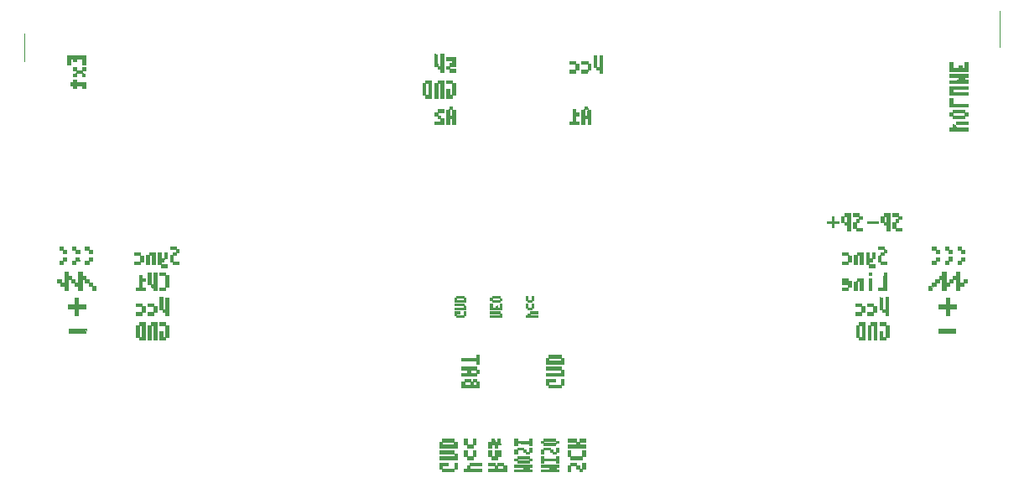
<source format=gbr>
G04 #@! TF.FileFunction,Legend,Bot*
%FSLAX46Y46*%
G04 Gerber Fmt 4.6, Leading zero omitted, Abs format (unit mm)*
G04 Created by KiCad (PCBNEW 4.0.7-e0-6372~58~ubuntu16.04.1) date Fri Jul 21 22:06:20 2017*
%MOMM*%
%LPD*%
G01*
G04 APERTURE LIST*
%ADD10C,0.100000*%
%ADD11C,0.010000*%
G04 APERTURE END LIST*
D10*
D11*
G36*
X86055667Y-90656167D02*
X84870333Y-90656167D01*
X84870333Y-90359834D01*
X86055667Y-90359834D01*
X86055667Y-90656167D01*
X86055667Y-90656167D01*
G37*
X86055667Y-90656167D02*
X84870333Y-90656167D01*
X84870333Y-90359834D01*
X86055667Y-90359834D01*
X86055667Y-90656167D01*
G36*
X85463000Y-90063500D02*
X84870333Y-90063500D01*
X84870333Y-90359834D01*
X84574000Y-90359834D01*
X84574000Y-89767167D01*
X85463000Y-89767167D01*
X85463000Y-90063500D01*
X85463000Y-90063500D01*
G37*
X85463000Y-90063500D02*
X84870333Y-90063500D01*
X84870333Y-90359834D01*
X84574000Y-90359834D01*
X84574000Y-89767167D01*
X85463000Y-89767167D01*
X85463000Y-90063500D01*
G36*
X87664333Y-90359834D02*
X88849667Y-90359834D01*
X88849667Y-90656167D01*
X87071667Y-90656167D01*
X87071667Y-90359834D01*
X87368000Y-90359834D01*
X87368000Y-90063500D01*
X87664333Y-90063500D01*
X87664333Y-90359834D01*
X87664333Y-90359834D01*
G37*
X87664333Y-90359834D02*
X88849667Y-90359834D01*
X88849667Y-90656167D01*
X87071667Y-90656167D01*
X87071667Y-90359834D01*
X87368000Y-90359834D01*
X87368000Y-90063500D01*
X87664333Y-90063500D01*
X87664333Y-90359834D01*
G36*
X88849667Y-90063500D02*
X87664333Y-90063500D01*
X87664333Y-89767167D01*
X88849667Y-89767167D01*
X88849667Y-90063500D01*
X88849667Y-90063500D01*
G37*
X88849667Y-90063500D02*
X87664333Y-90063500D01*
X87664333Y-89767167D01*
X88849667Y-89767167D01*
X88849667Y-90063500D01*
G36*
X90140833Y-90063500D02*
X89527000Y-90063500D01*
X89527000Y-89767167D01*
X90140833Y-89767167D01*
X90140833Y-90063500D01*
X90140833Y-90063500D01*
G37*
X90140833Y-90063500D02*
X89527000Y-90063500D01*
X89527000Y-89767167D01*
X90140833Y-89767167D01*
X90140833Y-90063500D01*
G36*
X91326167Y-90063500D02*
X91326167Y-90656167D01*
X89527000Y-90656167D01*
X89527000Y-90359834D01*
X90140833Y-90359834D01*
X90140833Y-90063500D01*
X90437167Y-90063500D01*
X90437167Y-90359834D01*
X91029833Y-90359834D01*
X91029833Y-90063500D01*
X90437167Y-90063500D01*
X90437167Y-89767167D01*
X91029833Y-89767167D01*
X91029833Y-90063500D01*
X91326167Y-90063500D01*
X91326167Y-90063500D01*
G37*
X91326167Y-90063500D02*
X91326167Y-90656167D01*
X89527000Y-90656167D01*
X89527000Y-90359834D01*
X90140833Y-90359834D01*
X90140833Y-90063500D01*
X90437167Y-90063500D01*
X90437167Y-90359834D01*
X91029833Y-90359834D01*
X91029833Y-90063500D01*
X90437167Y-90063500D01*
X90437167Y-89767167D01*
X91029833Y-89767167D01*
X91029833Y-90063500D01*
X91326167Y-90063500D01*
G36*
X93929667Y-90211667D02*
X93633333Y-90211667D01*
X93633333Y-90444500D01*
X93929667Y-90444500D01*
X93929667Y-90656167D01*
X92130500Y-90656167D01*
X92130500Y-90444500D01*
X93019500Y-90444500D01*
X93019500Y-90211667D01*
X92130500Y-90211667D01*
X92130500Y-90000000D01*
X93929667Y-90000000D01*
X93929667Y-90211667D01*
X93929667Y-90211667D01*
G37*
X93929667Y-90211667D02*
X93633333Y-90211667D01*
X93633333Y-90444500D01*
X93929667Y-90444500D01*
X93929667Y-90656167D01*
X92130500Y-90656167D01*
X92130500Y-90444500D01*
X93019500Y-90444500D01*
X93019500Y-90211667D01*
X92130500Y-90211667D01*
X92130500Y-90000000D01*
X93929667Y-90000000D01*
X93929667Y-90211667D01*
G36*
X96617833Y-90211667D02*
X96321500Y-90211667D01*
X96321500Y-90444500D01*
X96617833Y-90444500D01*
X96617833Y-90656167D01*
X94818667Y-90656167D01*
X94818667Y-90445342D01*
X95268458Y-90439629D01*
X95718250Y-90433917D01*
X95718250Y-90222250D01*
X95268458Y-90216538D01*
X94818667Y-90210825D01*
X94818667Y-90000000D01*
X96617833Y-90000000D01*
X96617833Y-90211667D01*
X96617833Y-90211667D01*
G37*
X96617833Y-90211667D02*
X96321500Y-90211667D01*
X96321500Y-90444500D01*
X96617833Y-90444500D01*
X96617833Y-90656167D01*
X94818667Y-90656167D01*
X94818667Y-90445342D01*
X95268458Y-90439629D01*
X95718250Y-90433917D01*
X95718250Y-90222250D01*
X95268458Y-90216538D01*
X94818667Y-90210825D01*
X94818667Y-90000000D01*
X96617833Y-90000000D01*
X96617833Y-90211667D01*
G36*
X97824333Y-90656167D02*
X97506833Y-90656167D01*
X97506833Y-90063500D01*
X97824333Y-90063500D01*
X97824333Y-90656167D01*
X97824333Y-90656167D01*
G37*
X97824333Y-90656167D02*
X97506833Y-90656167D01*
X97506833Y-90063500D01*
X97824333Y-90063500D01*
X97824333Y-90656167D01*
G36*
X99009667Y-90656167D02*
X98713333Y-90656167D01*
X98713333Y-90359834D01*
X99009667Y-90359834D01*
X99009667Y-90656167D01*
X99009667Y-90656167D01*
G37*
X99009667Y-90656167D02*
X98713333Y-90656167D01*
X98713333Y-90359834D01*
X99009667Y-90359834D01*
X99009667Y-90656167D01*
G36*
X99306000Y-90359834D02*
X99009667Y-90359834D01*
X99009667Y-89767167D01*
X99306000Y-89767167D01*
X99306000Y-90359834D01*
X99306000Y-90359834D01*
G37*
X99306000Y-90359834D02*
X99009667Y-90359834D01*
X99009667Y-89767167D01*
X99306000Y-89767167D01*
X99306000Y-90359834D01*
G36*
X98713333Y-90359834D02*
X98417000Y-90359834D01*
X98417000Y-90063500D01*
X98713333Y-90063500D01*
X98713333Y-90359834D01*
X98713333Y-90359834D01*
G37*
X98713333Y-90359834D02*
X98417000Y-90359834D01*
X98417000Y-90063500D01*
X98713333Y-90063500D01*
X98713333Y-90359834D01*
G36*
X98417000Y-90063500D02*
X97824333Y-90063500D01*
X97824333Y-89767167D01*
X98417000Y-89767167D01*
X98417000Y-90063500D01*
X98417000Y-90063500D01*
G37*
X98417000Y-90063500D02*
X97824333Y-90063500D01*
X97824333Y-89767167D01*
X98417000Y-89767167D01*
X98417000Y-90063500D01*
G36*
X86373167Y-90359834D02*
X86076833Y-90359834D01*
X86076833Y-89767167D01*
X86373167Y-89767167D01*
X86373167Y-90359834D01*
X86373167Y-90359834D01*
G37*
X86373167Y-90359834D02*
X86076833Y-90359834D01*
X86076833Y-89767167D01*
X86373167Y-89767167D01*
X86373167Y-90359834D01*
G36*
X93024792Y-89115962D02*
X93622750Y-89121584D01*
X93629148Y-89232709D01*
X93635545Y-89343834D01*
X93929667Y-89343834D01*
X93929667Y-89555500D01*
X93635545Y-89555500D01*
X93629148Y-89666625D01*
X93622750Y-89777750D01*
X93024792Y-89783371D01*
X92426833Y-89788993D01*
X92426833Y-89555500D01*
X92130500Y-89555500D01*
X92130500Y-89343834D01*
X92426833Y-89343834D01*
X92426833Y-89555500D01*
X93633333Y-89555500D01*
X93633333Y-89343834D01*
X92426833Y-89343834D01*
X92426833Y-89110341D01*
X93024792Y-89115962D01*
X93024792Y-89115962D01*
G37*
X93024792Y-89115962D02*
X93622750Y-89121584D01*
X93629148Y-89232709D01*
X93635545Y-89343834D01*
X93929667Y-89343834D01*
X93929667Y-89555500D01*
X93635545Y-89555500D01*
X93629148Y-89666625D01*
X93622750Y-89777750D01*
X93024792Y-89783371D01*
X92426833Y-89788993D01*
X92426833Y-89555500D01*
X92130500Y-89555500D01*
X92130500Y-89343834D01*
X92426833Y-89343834D01*
X92426833Y-89555500D01*
X93633333Y-89555500D01*
X93633333Y-89343834D01*
X92426833Y-89343834D01*
X92426833Y-89110341D01*
X93024792Y-89115962D01*
G36*
X95115000Y-89343834D02*
X96321500Y-89343834D01*
X96321500Y-89111000D01*
X96617833Y-89111000D01*
X96617833Y-89788334D01*
X96321500Y-89788334D01*
X96321500Y-89555500D01*
X95115000Y-89555500D01*
X95115000Y-89788334D01*
X94976752Y-89788334D01*
X94887859Y-89784263D01*
X94838790Y-89771836D01*
X94827978Y-89760902D01*
X94824608Y-89730789D01*
X94822516Y-89666726D01*
X94821820Y-89577078D01*
X94822634Y-89470211D01*
X94823351Y-89427527D01*
X94829250Y-89121584D01*
X95115000Y-89109066D01*
X95115000Y-89343834D01*
X95115000Y-89343834D01*
G37*
X95115000Y-89343834D02*
X96321500Y-89343834D01*
X96321500Y-89111000D01*
X96617833Y-89111000D01*
X96617833Y-89788334D01*
X96321500Y-89788334D01*
X96321500Y-89555500D01*
X95115000Y-89555500D01*
X95115000Y-89788334D01*
X94976752Y-89788334D01*
X94887859Y-89784263D01*
X94838790Y-89771836D01*
X94827978Y-89760902D01*
X94824608Y-89730789D01*
X94822516Y-89666726D01*
X94821820Y-89577078D01*
X94822634Y-89470211D01*
X94823351Y-89427527D01*
X94829250Y-89121584D01*
X95115000Y-89109066D01*
X95115000Y-89343834D01*
G36*
X86373167Y-89449667D02*
X84574000Y-89449667D01*
X84574000Y-89153334D01*
X86076833Y-89153334D01*
X86076833Y-88857000D01*
X86373167Y-88857000D01*
X86373167Y-89449667D01*
X86373167Y-89449667D01*
G37*
X86373167Y-89449667D02*
X84574000Y-89449667D01*
X84574000Y-89153334D01*
X86076833Y-89153334D01*
X86076833Y-88857000D01*
X86373167Y-88857000D01*
X86373167Y-89449667D01*
G36*
X87960667Y-89449667D02*
X87368000Y-89449667D01*
X87368000Y-89153334D01*
X87960667Y-89153334D01*
X87960667Y-89449667D01*
X87960667Y-89449667D01*
G37*
X87960667Y-89449667D02*
X87368000Y-89449667D01*
X87368000Y-89153334D01*
X87960667Y-89153334D01*
X87960667Y-89449667D01*
G36*
X88257000Y-89153334D02*
X87960667Y-89153334D01*
X87960667Y-88560667D01*
X88257000Y-88560667D01*
X88257000Y-89153334D01*
X88257000Y-89153334D01*
G37*
X88257000Y-89153334D02*
X87960667Y-89153334D01*
X87960667Y-88560667D01*
X88257000Y-88560667D01*
X88257000Y-89153334D01*
G36*
X87368000Y-89153334D02*
X87071667Y-89153334D01*
X87071667Y-88560667D01*
X87368000Y-88560667D01*
X87368000Y-89153334D01*
X87368000Y-89153334D01*
G37*
X87368000Y-89153334D02*
X87071667Y-89153334D01*
X87071667Y-88560667D01*
X87368000Y-88560667D01*
X87368000Y-89153334D01*
G36*
X90733500Y-89153334D02*
X90437167Y-89153334D01*
X90437167Y-89449667D01*
X89823333Y-89449667D01*
X89823333Y-89153334D01*
X90140833Y-89153334D01*
X90140833Y-88560667D01*
X90733500Y-88560667D01*
X90733500Y-89153334D01*
X90733500Y-89153334D01*
G37*
X90733500Y-89153334D02*
X90437167Y-89153334D01*
X90437167Y-89449667D01*
X89823333Y-89449667D01*
X89823333Y-89153334D01*
X90140833Y-89153334D01*
X90140833Y-88560667D01*
X90733500Y-88560667D01*
X90733500Y-89153334D01*
G36*
X89823333Y-89153334D02*
X89527000Y-89153334D01*
X89527000Y-88560667D01*
X89823333Y-88560667D01*
X89823333Y-89153334D01*
X89823333Y-89153334D01*
G37*
X89823333Y-89153334D02*
X89527000Y-89153334D01*
X89527000Y-88560667D01*
X89823333Y-88560667D01*
X89823333Y-89153334D01*
G36*
X99009667Y-89449667D02*
X97824333Y-89449667D01*
X97824333Y-89153334D01*
X99009667Y-89153334D01*
X99009667Y-89449667D01*
X99009667Y-89449667D01*
G37*
X99009667Y-89449667D02*
X97824333Y-89449667D01*
X97824333Y-89153334D01*
X99009667Y-89153334D01*
X99009667Y-89449667D01*
G36*
X99306000Y-89153334D02*
X99009667Y-89153334D01*
X99009667Y-88560667D01*
X99306000Y-88560667D01*
X99306000Y-89153334D01*
X99306000Y-89153334D01*
G37*
X99306000Y-89153334D02*
X99009667Y-89153334D01*
X99009667Y-88560667D01*
X99306000Y-88560667D01*
X99306000Y-89153334D01*
G36*
X97824333Y-89153334D02*
X97506833Y-89153334D01*
X97506833Y-88560667D01*
X97824333Y-88560667D01*
X97824333Y-89153334D01*
X97824333Y-89153334D01*
G37*
X97824333Y-89153334D02*
X97506833Y-89153334D01*
X97506833Y-88560667D01*
X97824333Y-88560667D01*
X97824333Y-89153334D01*
G36*
X92426833Y-88243167D02*
X93019500Y-88243167D01*
X93019500Y-88454834D01*
X93315833Y-88454834D01*
X93315833Y-88687667D01*
X93633333Y-88687667D01*
X93633333Y-88243167D01*
X93931147Y-88243167D01*
X93925115Y-88460125D01*
X93919083Y-88677084D01*
X93776208Y-88683342D01*
X93633333Y-88689601D01*
X93633333Y-88899334D01*
X93315833Y-88899334D01*
X93315833Y-88689601D01*
X93172958Y-88683342D01*
X93030083Y-88677084D01*
X93023685Y-88565959D01*
X93017288Y-88454834D01*
X92426833Y-88454834D01*
X92426833Y-88243167D01*
X92426833Y-88243167D01*
G37*
X92426833Y-88243167D02*
X93019500Y-88243167D01*
X93019500Y-88454834D01*
X93315833Y-88454834D01*
X93315833Y-88687667D01*
X93633333Y-88687667D01*
X93633333Y-88243167D01*
X93931147Y-88243167D01*
X93925115Y-88460125D01*
X93919083Y-88677084D01*
X93776208Y-88683342D01*
X93633333Y-88689601D01*
X93633333Y-88899334D01*
X93315833Y-88899334D01*
X93315833Y-88689601D01*
X93172958Y-88683342D01*
X93030083Y-88677084D01*
X93023685Y-88565959D01*
X93017288Y-88454834D01*
X92426833Y-88454834D01*
X92426833Y-88243167D01*
G36*
X92426833Y-88899334D02*
X92130500Y-88899334D01*
X92130500Y-88454834D01*
X92426833Y-88454834D01*
X92426833Y-88899334D01*
X92426833Y-88899334D01*
G37*
X92426833Y-88899334D02*
X92130500Y-88899334D01*
X92130500Y-88454834D01*
X92426833Y-88454834D01*
X92426833Y-88899334D01*
G36*
X95115000Y-88243167D02*
X95728833Y-88243167D01*
X95728833Y-88452899D01*
X96014583Y-88465417D01*
X96027379Y-88687667D01*
X96321500Y-88687667D01*
X96321500Y-88899334D01*
X96025167Y-88899334D01*
X96025167Y-88687667D01*
X95728833Y-88687667D01*
X95728833Y-88454834D01*
X95115000Y-88454834D01*
X95115000Y-88243167D01*
X95115000Y-88243167D01*
G37*
X95115000Y-88243167D02*
X95728833Y-88243167D01*
X95728833Y-88452899D01*
X96014583Y-88465417D01*
X96027379Y-88687667D01*
X96321500Y-88687667D01*
X96321500Y-88899334D01*
X96025167Y-88899334D01*
X96025167Y-88687667D01*
X95728833Y-88687667D01*
X95728833Y-88454834D01*
X95115000Y-88454834D01*
X95115000Y-88243167D01*
G36*
X96617833Y-88687667D02*
X96321500Y-88687667D01*
X96321500Y-88243167D01*
X96617833Y-88243167D01*
X96617833Y-88687667D01*
X96617833Y-88687667D01*
G37*
X96617833Y-88687667D02*
X96321500Y-88687667D01*
X96321500Y-88243167D01*
X96617833Y-88243167D01*
X96617833Y-88687667D01*
G36*
X95115000Y-88899334D02*
X94818667Y-88899334D01*
X94818667Y-88454834D01*
X95115000Y-88454834D01*
X95115000Y-88899334D01*
X95115000Y-88899334D01*
G37*
X95115000Y-88899334D02*
X94818667Y-88899334D01*
X94818667Y-88454834D01*
X95115000Y-88454834D01*
X95115000Y-88899334D01*
G36*
X86055667Y-88857000D02*
X84574000Y-88857000D01*
X84574000Y-88560667D01*
X86055667Y-88560667D01*
X86055667Y-88857000D01*
X86055667Y-88857000D01*
G37*
X86055667Y-88857000D02*
X84574000Y-88857000D01*
X84574000Y-88560667D01*
X86055667Y-88560667D01*
X86055667Y-88857000D01*
G36*
X84870333Y-87968659D02*
X85468292Y-87963038D01*
X86066250Y-87957417D01*
X86072509Y-87814542D01*
X86078767Y-87671667D01*
X86373167Y-87671667D01*
X86373167Y-88264334D01*
X84574000Y-88264334D01*
X84574000Y-87671667D01*
X84870333Y-87671667D01*
X84870333Y-87968659D01*
X84870333Y-87968659D01*
G37*
X84870333Y-87968659D02*
X85468292Y-87963038D01*
X86066250Y-87957417D01*
X86072509Y-87814542D01*
X86078767Y-87671667D01*
X86373167Y-87671667D01*
X86373167Y-88264334D01*
X84574000Y-88264334D01*
X84574000Y-87671667D01*
X84870333Y-87671667D01*
X84870333Y-87968659D01*
G36*
X86055667Y-87671667D02*
X84870333Y-87671667D01*
X84870333Y-87354167D01*
X86055667Y-87354167D01*
X86055667Y-87671667D01*
X86055667Y-87671667D01*
G37*
X86055667Y-87671667D02*
X84870333Y-87671667D01*
X84870333Y-87354167D01*
X86055667Y-87354167D01*
X86055667Y-87671667D01*
G36*
X87214542Y-87358491D02*
X87357417Y-87364750D01*
X87363289Y-87666375D01*
X87369162Y-87968000D01*
X87960667Y-87968000D01*
X87960667Y-88264334D01*
X87368000Y-88264334D01*
X87368000Y-87968000D01*
X87071667Y-87968000D01*
X87071667Y-87352233D01*
X87214542Y-87358491D01*
X87214542Y-87358491D01*
G37*
X87214542Y-87358491D02*
X87357417Y-87364750D01*
X87363289Y-87666375D01*
X87369162Y-87968000D01*
X87960667Y-87968000D01*
X87960667Y-88264334D01*
X87368000Y-88264334D01*
X87368000Y-87968000D01*
X87071667Y-87968000D01*
X87071667Y-87352233D01*
X87214542Y-87358491D01*
G36*
X88257000Y-87968000D02*
X87960667Y-87968000D01*
X87960667Y-87354167D01*
X88257000Y-87354167D01*
X88257000Y-87968000D01*
X88257000Y-87968000D01*
G37*
X88257000Y-87968000D02*
X87960667Y-87968000D01*
X87960667Y-87354167D01*
X88257000Y-87354167D01*
X88257000Y-87968000D01*
G36*
X90722917Y-87364750D02*
X90728789Y-87666375D01*
X90734662Y-87968000D01*
X90437167Y-87968000D01*
X90437167Y-88264334D01*
X90140833Y-88264334D01*
X90140833Y-87968000D01*
X89823333Y-87968000D01*
X89823333Y-88264334D01*
X89527000Y-88264334D01*
X89527000Y-87671667D01*
X89821479Y-87671667D01*
X89827698Y-87518209D01*
X89833917Y-87364750D01*
X90130250Y-87364750D01*
X90142726Y-87673558D01*
X90284655Y-87667321D01*
X90426583Y-87661084D01*
X90439059Y-87352276D01*
X90722917Y-87364750D01*
X90722917Y-87364750D01*
G37*
X90722917Y-87364750D02*
X90728789Y-87666375D01*
X90734662Y-87968000D01*
X90437167Y-87968000D01*
X90437167Y-88264334D01*
X90140833Y-88264334D01*
X90140833Y-87968000D01*
X89823333Y-87968000D01*
X89823333Y-88264334D01*
X89527000Y-88264334D01*
X89527000Y-87671667D01*
X89821479Y-87671667D01*
X89827698Y-87518209D01*
X89833917Y-87364750D01*
X90130250Y-87364750D01*
X90142726Y-87673558D01*
X90284655Y-87667321D01*
X90426583Y-87661084D01*
X90439059Y-87352276D01*
X90722917Y-87364750D01*
G36*
X98412635Y-87518209D02*
X98418854Y-87671667D01*
X98713333Y-87671667D01*
X98713333Y-87968000D01*
X99306000Y-87968000D01*
X99306000Y-88264334D01*
X97506833Y-88264334D01*
X97506833Y-87968000D01*
X98417000Y-87968000D01*
X98417000Y-87672509D01*
X97967208Y-87666796D01*
X97517417Y-87661084D01*
X97517417Y-87364750D01*
X98406417Y-87364750D01*
X98412635Y-87518209D01*
X98412635Y-87518209D01*
G37*
X98412635Y-87518209D02*
X98418854Y-87671667D01*
X98713333Y-87671667D01*
X98713333Y-87968000D01*
X99306000Y-87968000D01*
X99306000Y-88264334D01*
X97506833Y-88264334D01*
X97506833Y-87968000D01*
X98417000Y-87968000D01*
X98417000Y-87672509D01*
X97967208Y-87666796D01*
X97517417Y-87661084D01*
X97517417Y-87364750D01*
X98406417Y-87364750D01*
X98412635Y-87518209D01*
G36*
X99306000Y-87671667D02*
X98713333Y-87671667D01*
X98713333Y-87354167D01*
X99306000Y-87354167D01*
X99306000Y-87671667D01*
X99306000Y-87671667D01*
G37*
X99306000Y-87671667D02*
X98713333Y-87671667D01*
X98713333Y-87354167D01*
X99306000Y-87354167D01*
X99306000Y-87671667D01*
G36*
X93777347Y-87358517D02*
X93919083Y-87364750D01*
X93919083Y-88020917D01*
X93777347Y-88027150D01*
X93635611Y-88033382D01*
X93629180Y-87921316D01*
X93622750Y-87809250D01*
X93024792Y-87803629D01*
X92426833Y-87798008D01*
X92426833Y-88031500D01*
X92130500Y-88031500D01*
X92130500Y-87354167D01*
X92426833Y-87354167D01*
X92426833Y-87587659D01*
X93024792Y-87582038D01*
X93622750Y-87576417D01*
X93629180Y-87464351D01*
X93635611Y-87352285D01*
X93777347Y-87358517D01*
X93777347Y-87358517D01*
G37*
X93777347Y-87358517D02*
X93919083Y-87364750D01*
X93919083Y-88020917D01*
X93777347Y-88027150D01*
X93635611Y-88033382D01*
X93629180Y-87921316D01*
X93622750Y-87809250D01*
X93024792Y-87803629D01*
X92426833Y-87798008D01*
X92426833Y-88031500D01*
X92130500Y-88031500D01*
X92130500Y-87354167D01*
X92426833Y-87354167D01*
X92426833Y-87587659D01*
X93024792Y-87582038D01*
X93622750Y-87576417D01*
X93629180Y-87464351D01*
X93635611Y-87352285D01*
X93777347Y-87358517D01*
G36*
X96317314Y-87475875D02*
X96323712Y-87587000D01*
X96617833Y-87587000D01*
X96617833Y-87798667D01*
X96323712Y-87798667D01*
X96317314Y-87909792D01*
X96310917Y-88020917D01*
X95727397Y-88026537D01*
X95574279Y-88027502D01*
X95435142Y-88027406D01*
X95315562Y-88026329D01*
X95221114Y-88024356D01*
X95157374Y-88021566D01*
X95129917Y-88018044D01*
X95129439Y-88017717D01*
X95120968Y-87989657D01*
X95115773Y-87934703D01*
X95115000Y-87900972D01*
X95115000Y-87798667D01*
X94818667Y-87798667D01*
X94818667Y-87587000D01*
X95112788Y-87587000D01*
X95115000Y-87587000D01*
X95115000Y-87798667D01*
X96321500Y-87798667D01*
X96321500Y-87587000D01*
X95115000Y-87587000D01*
X95112788Y-87587000D01*
X95119185Y-87475875D01*
X95125583Y-87364750D01*
X96310917Y-87364750D01*
X96317314Y-87475875D01*
X96317314Y-87475875D01*
G37*
X96317314Y-87475875D02*
X96323712Y-87587000D01*
X96617833Y-87587000D01*
X96617833Y-87798667D01*
X96323712Y-87798667D01*
X96317314Y-87909792D01*
X96310917Y-88020917D01*
X95727397Y-88026537D01*
X95574279Y-88027502D01*
X95435142Y-88027406D01*
X95315562Y-88026329D01*
X95221114Y-88024356D01*
X95157374Y-88021566D01*
X95129917Y-88018044D01*
X95129439Y-88017717D01*
X95120968Y-87989657D01*
X95115773Y-87934703D01*
X95115000Y-87900972D01*
X95115000Y-87798667D01*
X94818667Y-87798667D01*
X94818667Y-87587000D01*
X95112788Y-87587000D01*
X95115000Y-87587000D01*
X95115000Y-87798667D01*
X96321500Y-87798667D01*
X96321500Y-87587000D01*
X95115000Y-87587000D01*
X95112788Y-87587000D01*
X95119185Y-87475875D01*
X95125583Y-87364750D01*
X96310917Y-87364750D01*
X96317314Y-87475875D01*
G36*
X88278167Y-81596834D02*
X87981833Y-81596834D01*
X87981833Y-81300500D01*
X88278167Y-81300500D01*
X88278167Y-81596834D01*
X88278167Y-81596834D01*
G37*
X88278167Y-81596834D02*
X87981833Y-81596834D01*
X87981833Y-81300500D01*
X88278167Y-81300500D01*
X88278167Y-81596834D01*
G36*
X87981833Y-81596834D02*
X87981833Y-81893167D01*
X88299333Y-81893167D01*
X88299333Y-81596834D01*
X88595667Y-81596834D01*
X88595667Y-82189500D01*
X86796500Y-82189500D01*
X86796500Y-81596834D01*
X87092833Y-81596834D01*
X87092833Y-81893167D01*
X87685500Y-81893167D01*
X87685500Y-81596834D01*
X87092833Y-81596834D01*
X87092833Y-81300500D01*
X87685500Y-81300500D01*
X87685500Y-81596834D01*
X87981833Y-81596834D01*
X87981833Y-81596834D01*
G37*
X87981833Y-81596834D02*
X87981833Y-81893167D01*
X88299333Y-81893167D01*
X88299333Y-81596834D01*
X88595667Y-81596834D01*
X88595667Y-82189500D01*
X86796500Y-82189500D01*
X86796500Y-81596834D01*
X87092833Y-81596834D01*
X87092833Y-81893167D01*
X87685500Y-81893167D01*
X87685500Y-81596834D01*
X87092833Y-81596834D01*
X87092833Y-81300500D01*
X87685500Y-81300500D01*
X87685500Y-81596834D01*
X87981833Y-81596834D01*
G36*
X96829500Y-82189500D02*
X95623000Y-82189500D01*
X95623000Y-81893167D01*
X96829500Y-81893167D01*
X96829500Y-82189500D01*
X96829500Y-82189500D01*
G37*
X96829500Y-82189500D02*
X95623000Y-82189500D01*
X95623000Y-81893167D01*
X96829500Y-81893167D01*
X96829500Y-82189500D01*
G36*
X97125833Y-81893167D02*
X96829500Y-81893167D01*
X96829500Y-81300500D01*
X97125833Y-81300500D01*
X97125833Y-81893167D01*
X97125833Y-81893167D01*
G37*
X97125833Y-81893167D02*
X96829500Y-81893167D01*
X96829500Y-81300500D01*
X97125833Y-81300500D01*
X97125833Y-81893167D01*
G36*
X96236833Y-81596834D02*
X95623000Y-81596834D01*
X95623000Y-81893167D01*
X95326667Y-81893167D01*
X95326667Y-81300500D01*
X96236833Y-81300500D01*
X96236833Y-81596834D01*
X96236833Y-81596834D01*
G37*
X96236833Y-81596834D02*
X95623000Y-81596834D01*
X95623000Y-81893167D01*
X95326667Y-81893167D01*
X95326667Y-81300500D01*
X96236833Y-81300500D01*
X96236833Y-81596834D01*
G36*
X88278167Y-80389139D02*
X87696083Y-80400917D01*
X87696083Y-80697250D01*
X88278167Y-80709028D01*
X88278167Y-81004167D01*
X86796500Y-81004167D01*
X86796500Y-80707834D01*
X87389167Y-80707834D01*
X87389167Y-80390334D01*
X86796500Y-80390334D01*
X86796500Y-80094000D01*
X88278167Y-80094000D01*
X88278167Y-80389139D01*
X88278167Y-80389139D01*
G37*
X88278167Y-80389139D02*
X87696083Y-80400917D01*
X87696083Y-80697250D01*
X88278167Y-80709028D01*
X88278167Y-81004167D01*
X86796500Y-81004167D01*
X86796500Y-80707834D01*
X87389167Y-80707834D01*
X87389167Y-80390334D01*
X86796500Y-80390334D01*
X86796500Y-80094000D01*
X88278167Y-80094000D01*
X88278167Y-80389139D01*
G36*
X97125833Y-81004167D02*
X95326667Y-81004167D01*
X95326667Y-80707834D01*
X96829500Y-80707834D01*
X96829500Y-80390334D01*
X97125833Y-80390334D01*
X97125833Y-81004167D01*
X97125833Y-81004167D01*
G37*
X97125833Y-81004167D02*
X95326667Y-81004167D01*
X95326667Y-80707834D01*
X96829500Y-80707834D01*
X96829500Y-80390334D01*
X97125833Y-80390334D01*
X97125833Y-81004167D01*
G36*
X96829500Y-80390334D02*
X95326667Y-80390334D01*
X95326667Y-80094000D01*
X96829500Y-80094000D01*
X96829500Y-80390334D01*
X96829500Y-80390334D01*
G37*
X96829500Y-80390334D02*
X95326667Y-80390334D01*
X95326667Y-80094000D01*
X96829500Y-80094000D01*
X96829500Y-80390334D01*
G36*
X88585083Y-80400917D02*
X88585083Y-80697250D01*
X88299333Y-80709768D01*
X88299333Y-80388399D01*
X88585083Y-80400917D01*
X88585083Y-80400917D01*
G37*
X88585083Y-80400917D02*
X88585083Y-80697250D01*
X88299333Y-80709768D01*
X88299333Y-80388399D01*
X88585083Y-80400917D01*
G36*
X88595667Y-79797667D02*
X88299333Y-79797667D01*
X88299333Y-79501334D01*
X86796500Y-79501334D01*
X86796500Y-79205542D01*
X87542625Y-79199979D01*
X88288750Y-79194417D01*
X88295009Y-79051542D01*
X88301267Y-78908667D01*
X88595667Y-78908667D01*
X88595667Y-79797667D01*
X88595667Y-79797667D01*
G37*
X88595667Y-79797667D02*
X88299333Y-79797667D01*
X88299333Y-79501334D01*
X86796500Y-79501334D01*
X86796500Y-79205542D01*
X87542625Y-79199979D01*
X88288750Y-79194417D01*
X88295009Y-79051542D01*
X88301267Y-78908667D01*
X88595667Y-78908667D01*
X88595667Y-79797667D01*
G36*
X97125833Y-79205000D02*
X97125833Y-79797667D01*
X95326667Y-79797667D01*
X95326667Y-79205000D01*
X95623000Y-79205000D01*
X95623000Y-79501334D01*
X96829500Y-79501334D01*
X96829500Y-79205000D01*
X95623000Y-79205000D01*
X95623000Y-78908667D01*
X96829500Y-78908667D01*
X96829500Y-79205000D01*
X97125833Y-79205000D01*
X97125833Y-79205000D01*
G37*
X97125833Y-79205000D02*
X97125833Y-79797667D01*
X95326667Y-79797667D01*
X95326667Y-79205000D01*
X95623000Y-79205000D01*
X95623000Y-79501334D01*
X96829500Y-79501334D01*
X96829500Y-79205000D01*
X95623000Y-79205000D01*
X95623000Y-78908667D01*
X96829500Y-78908667D01*
X96829500Y-79205000D01*
X97125833Y-79205000D01*
G36*
X54834833Y-77384667D02*
X54242167Y-77384667D01*
X54242167Y-77088334D01*
X53945833Y-77088334D01*
X53945833Y-75881834D01*
X54242167Y-75881834D01*
X54242167Y-77088334D01*
X54538500Y-77088334D01*
X54538500Y-75881834D01*
X54242167Y-75881834D01*
X54242167Y-75585500D01*
X54834833Y-75585500D01*
X54834833Y-77384667D01*
X54834833Y-77384667D01*
G37*
X54834833Y-77384667D02*
X54242167Y-77384667D01*
X54242167Y-77088334D01*
X53945833Y-77088334D01*
X53945833Y-75881834D01*
X54242167Y-75881834D01*
X54242167Y-77088334D01*
X54538500Y-77088334D01*
X54538500Y-75881834D01*
X54242167Y-75881834D01*
X54242167Y-75585500D01*
X54834833Y-75585500D01*
X54834833Y-77384667D01*
G36*
X55448667Y-75585500D02*
X56041333Y-75585500D01*
X56041333Y-77384667D01*
X55745000Y-77384667D01*
X55745000Y-75881834D01*
X55448667Y-75881834D01*
X55448667Y-75585500D01*
X55448667Y-75585500D01*
G37*
X55448667Y-75585500D02*
X56041333Y-75585500D01*
X56041333Y-77384667D01*
X55745000Y-77384667D01*
X55745000Y-75881834D01*
X55448667Y-75881834D01*
X55448667Y-75585500D01*
G36*
X55448667Y-77384667D02*
X55152333Y-77384667D01*
X55152333Y-75881834D01*
X55448667Y-75881834D01*
X55448667Y-77384667D01*
X55448667Y-77384667D01*
G37*
X55448667Y-77384667D02*
X55152333Y-77384667D01*
X55152333Y-75881834D01*
X55448667Y-75881834D01*
X55448667Y-77384667D01*
G36*
X56930333Y-75879979D02*
X57083792Y-75886198D01*
X57237250Y-75892417D01*
X57237250Y-77077750D01*
X57083792Y-77083969D01*
X56930333Y-77090188D01*
X56930333Y-77384667D01*
X56337667Y-77384667D01*
X56337667Y-76474500D01*
X56634000Y-76474500D01*
X56634000Y-77088334D01*
X56930333Y-77088334D01*
X56930333Y-75881834D01*
X56337667Y-75881834D01*
X56337667Y-75585500D01*
X56930333Y-75585500D01*
X56930333Y-75879979D01*
X56930333Y-75879979D01*
G37*
X56930333Y-75879979D02*
X57083792Y-75886198D01*
X57237250Y-75892417D01*
X57237250Y-77077750D01*
X57083792Y-77083969D01*
X56930333Y-77090188D01*
X56930333Y-77384667D01*
X56337667Y-77384667D01*
X56337667Y-76474500D01*
X56634000Y-76474500D01*
X56634000Y-77088334D01*
X56930333Y-77088334D01*
X56930333Y-75881834D01*
X56337667Y-75881834D01*
X56337667Y-75585500D01*
X56930333Y-75585500D01*
X56930333Y-75879979D01*
G36*
X127537271Y-76479792D02*
X127531750Y-77374084D01*
X127230125Y-77379956D01*
X126928500Y-77385829D01*
X126928500Y-77088334D01*
X126632167Y-77088334D01*
X126632167Y-75881834D01*
X126928500Y-75881834D01*
X126928500Y-77088334D01*
X127224833Y-77088334D01*
X127224833Y-75881834D01*
X126928500Y-75881834D01*
X126928500Y-75585500D01*
X127542793Y-75585500D01*
X127537271Y-76479792D01*
X127537271Y-76479792D01*
G37*
X127537271Y-76479792D02*
X127531750Y-77374084D01*
X127230125Y-77379956D01*
X126928500Y-77385829D01*
X126928500Y-77088334D01*
X126632167Y-77088334D01*
X126632167Y-75881834D01*
X126928500Y-75881834D01*
X126928500Y-77088334D01*
X127224833Y-77088334D01*
X127224833Y-75881834D01*
X126928500Y-75881834D01*
X126928500Y-75585500D01*
X127542793Y-75585500D01*
X127537271Y-76479792D01*
G36*
X128135000Y-75585500D02*
X128727667Y-75585500D01*
X128727667Y-77384667D01*
X128431333Y-77384667D01*
X128431333Y-75881834D01*
X128135000Y-75881834D01*
X128135000Y-75585500D01*
X128135000Y-75585500D01*
G37*
X128135000Y-75585500D02*
X128727667Y-75585500D01*
X128727667Y-77384667D01*
X128431333Y-77384667D01*
X128431333Y-75881834D01*
X128135000Y-75881834D01*
X128135000Y-75585500D01*
G36*
X128135000Y-77384667D02*
X127838667Y-77384667D01*
X127838667Y-75881834D01*
X128135000Y-75881834D01*
X128135000Y-77384667D01*
X128135000Y-77384667D01*
G37*
X128135000Y-77384667D02*
X127838667Y-77384667D01*
X127838667Y-75881834D01*
X128135000Y-75881834D01*
X128135000Y-77384667D01*
G36*
X129325038Y-76775171D02*
X129330917Y-77077750D01*
X129637833Y-77090188D01*
X129637833Y-77384667D01*
X129023158Y-77384667D01*
X129028871Y-76934875D01*
X129034583Y-76485084D01*
X129176871Y-76478838D01*
X129319159Y-76472593D01*
X129325038Y-76775171D01*
X129325038Y-76775171D01*
G37*
X129325038Y-76775171D02*
X129330917Y-77077750D01*
X129637833Y-77090188D01*
X129637833Y-77384667D01*
X129023158Y-77384667D01*
X129028871Y-76934875D01*
X129034583Y-76485084D01*
X129176871Y-76478838D01*
X129319159Y-76472593D01*
X129325038Y-76775171D01*
G36*
X129934167Y-77088334D02*
X129637833Y-77088334D01*
X129637833Y-75881834D01*
X129934167Y-75881834D01*
X129934167Y-77088334D01*
X129934167Y-77088334D01*
G37*
X129934167Y-77088334D02*
X129637833Y-77088334D01*
X129637833Y-75881834D01*
X129934167Y-75881834D01*
X129934167Y-77088334D01*
G36*
X129637833Y-75881834D02*
X129024000Y-75881834D01*
X129024000Y-75585500D01*
X129637833Y-75585500D01*
X129637833Y-75881834D01*
X129637833Y-75881834D01*
G37*
X129637833Y-75881834D02*
X129024000Y-75881834D01*
X129024000Y-75585500D01*
X129637833Y-75585500D01*
X129637833Y-75881834D01*
G36*
X48897583Y-76633250D02*
X48028218Y-76638774D01*
X47840353Y-76639627D01*
X47665748Y-76639764D01*
X47508922Y-76639231D01*
X47374394Y-76638072D01*
X47266684Y-76636332D01*
X47190310Y-76634057D01*
X47149792Y-76631292D01*
X47144509Y-76629954D01*
X47137727Y-76603331D01*
X47132675Y-76545705D01*
X47130256Y-76468400D01*
X47130167Y-76449806D01*
X47130167Y-76284000D01*
X48909879Y-76284000D01*
X48897583Y-76633250D01*
X48897583Y-76633250D01*
G37*
X48897583Y-76633250D02*
X48028218Y-76638774D01*
X47840353Y-76639627D01*
X47665748Y-76639764D01*
X47508922Y-76639231D01*
X47374394Y-76638072D01*
X47266684Y-76636332D01*
X47190310Y-76634057D01*
X47149792Y-76631292D01*
X47144509Y-76629954D01*
X47137727Y-76603331D01*
X47132675Y-76545705D01*
X47130256Y-76468400D01*
X47130167Y-76449806D01*
X47130167Y-76284000D01*
X48909879Y-76284000D01*
X48897583Y-76633250D01*
G36*
X136686333Y-76643834D02*
X134929500Y-76643834D01*
X134929500Y-76284000D01*
X136686333Y-76284000D01*
X136686333Y-76643834D01*
X136686333Y-76643834D01*
G37*
X136686333Y-76643834D02*
X134929500Y-76643834D01*
X134929500Y-76284000D01*
X136686333Y-76284000D01*
X136686333Y-76643834D01*
G36*
X86648333Y-74696500D02*
X86267333Y-74696500D01*
X86267333Y-74887000D01*
X87050500Y-74887000D01*
X87050500Y-74506000D01*
X87242648Y-74506000D01*
X87236532Y-74691209D01*
X87230417Y-74876417D01*
X87141619Y-74882869D01*
X87085568Y-74889117D01*
X87058994Y-74905471D01*
X87049122Y-74944705D01*
X87046369Y-74978119D01*
X87039917Y-75066917D01*
X86668208Y-75072681D01*
X86546803Y-75073758D01*
X86440328Y-75073176D01*
X86355900Y-75071097D01*
X86300636Y-75067683D01*
X86281916Y-75063861D01*
X86272406Y-75034892D01*
X86267510Y-74981952D01*
X86267333Y-74969356D01*
X86265084Y-74919122D01*
X86250457Y-74895032D01*
X86211632Y-74885730D01*
X86177375Y-74882926D01*
X86087417Y-74876417D01*
X86081301Y-74691209D01*
X86075185Y-74506000D01*
X86648333Y-74506000D01*
X86648333Y-74696500D01*
X86648333Y-74696500D01*
G37*
X86648333Y-74696500D02*
X86267333Y-74696500D01*
X86267333Y-74887000D01*
X87050500Y-74887000D01*
X87050500Y-74506000D01*
X87242648Y-74506000D01*
X87236532Y-74691209D01*
X87230417Y-74876417D01*
X87141619Y-74882869D01*
X87085568Y-74889117D01*
X87058994Y-74905471D01*
X87049122Y-74944705D01*
X87046369Y-74978119D01*
X87039917Y-75066917D01*
X86668208Y-75072681D01*
X86546803Y-75073758D01*
X86440328Y-75073176D01*
X86355900Y-75071097D01*
X86300636Y-75067683D01*
X86281916Y-75063861D01*
X86272406Y-75034892D01*
X86267510Y-74981952D01*
X86267333Y-74969356D01*
X86265084Y-74919122D01*
X86250457Y-74895032D01*
X86211632Y-74885730D01*
X86177375Y-74882926D01*
X86087417Y-74876417D01*
X86081301Y-74691209D01*
X86075185Y-74506000D01*
X86648333Y-74506000D01*
X86648333Y-74696500D01*
G36*
X90856032Y-74881709D02*
X90849917Y-75066917D01*
X89696333Y-75078181D01*
X89696333Y-74887795D01*
X90659417Y-74876417D01*
X90665925Y-74786459D01*
X90672434Y-74696500D01*
X90862148Y-74696500D01*
X90856032Y-74881709D01*
X90856032Y-74881709D01*
G37*
X90856032Y-74881709D02*
X90849917Y-75066917D01*
X89696333Y-75078181D01*
X89696333Y-74887795D01*
X90659417Y-74876417D01*
X90665925Y-74786459D01*
X90672434Y-74696500D01*
X90862148Y-74696500D01*
X90856032Y-74881709D01*
G36*
X93696833Y-74887000D02*
X94458833Y-74887000D01*
X94458833Y-75077500D01*
X93315833Y-75077500D01*
X93315833Y-74887000D01*
X93506333Y-74887000D01*
X93506333Y-74696500D01*
X93696833Y-74696500D01*
X93696833Y-74887000D01*
X93696833Y-74887000D01*
G37*
X93696833Y-74887000D02*
X94458833Y-74887000D01*
X94458833Y-75077500D01*
X93315833Y-75077500D01*
X93315833Y-74887000D01*
X93506333Y-74887000D01*
X93506333Y-74696500D01*
X93696833Y-74696500D01*
X93696833Y-74887000D01*
G36*
X94458833Y-74696500D02*
X93696833Y-74696500D01*
X93696833Y-74506000D01*
X94458833Y-74506000D01*
X94458833Y-74696500D01*
X94458833Y-74696500D01*
G37*
X94458833Y-74696500D02*
X93696833Y-74696500D01*
X93696833Y-74506000D01*
X94458833Y-74506000D01*
X94458833Y-74696500D01*
G36*
X48124876Y-73294209D02*
X48123737Y-73409085D01*
X48123267Y-73536071D01*
X48123561Y-73648692D01*
X48123602Y-73654042D01*
X48125000Y-73828667D01*
X48823500Y-73828667D01*
X48823500Y-74188500D01*
X48125000Y-74188500D01*
X48125000Y-74908167D01*
X47766190Y-74908167D01*
X47760387Y-74553625D01*
X47754583Y-74199084D01*
X47066667Y-74187452D01*
X47066667Y-73828667D01*
X47765167Y-73828667D01*
X47765167Y-73109000D01*
X48127548Y-73109000D01*
X48124876Y-73294209D01*
X48124876Y-73294209D01*
G37*
X48124876Y-73294209D02*
X48123737Y-73409085D01*
X48123267Y-73536071D01*
X48123561Y-73648692D01*
X48123602Y-73654042D01*
X48125000Y-73828667D01*
X48823500Y-73828667D01*
X48823500Y-74188500D01*
X48125000Y-74188500D01*
X48125000Y-74908167D01*
X47766190Y-74908167D01*
X47760387Y-74553625D01*
X47754583Y-74199084D01*
X47066667Y-74187452D01*
X47066667Y-73828667D01*
X47765167Y-73828667D01*
X47765167Y-73109000D01*
X48127548Y-73109000D01*
X48124876Y-73294209D01*
G36*
X136072500Y-73828667D02*
X136771000Y-73828667D01*
X136771000Y-74188500D01*
X136072500Y-74188500D01*
X136072500Y-74908167D01*
X135712667Y-74908167D01*
X135712667Y-74188500D01*
X134993000Y-74188500D01*
X134993000Y-73828667D01*
X135712667Y-73828667D01*
X135712667Y-73109000D01*
X136072500Y-73109000D01*
X136072500Y-73828667D01*
X136072500Y-73828667D01*
G37*
X136072500Y-73828667D02*
X136771000Y-73828667D01*
X136771000Y-74188500D01*
X136072500Y-74188500D01*
X136072500Y-74908167D01*
X135712667Y-74908167D01*
X135712667Y-74188500D01*
X134993000Y-74188500D01*
X134993000Y-73828667D01*
X135712667Y-73828667D01*
X135712667Y-73109000D01*
X136072500Y-73109000D01*
X136072500Y-73828667D01*
G36*
X54538500Y-74865834D02*
X53945833Y-74865834D01*
X53945833Y-74569500D01*
X54538500Y-74569500D01*
X54538500Y-74865834D01*
X54538500Y-74865834D01*
G37*
X54538500Y-74865834D02*
X53945833Y-74865834D01*
X53945833Y-74569500D01*
X54538500Y-74569500D01*
X54538500Y-74865834D01*
G36*
X54834833Y-74569500D02*
X54538500Y-74569500D01*
X54538500Y-73976834D01*
X54834833Y-73976834D01*
X54834833Y-74569500D01*
X54834833Y-74569500D01*
G37*
X54834833Y-74569500D02*
X54538500Y-74569500D01*
X54538500Y-73976834D01*
X54834833Y-73976834D01*
X54834833Y-74569500D01*
G36*
X54538500Y-73976834D02*
X53945833Y-73976834D01*
X53945833Y-73680500D01*
X54538500Y-73680500D01*
X54538500Y-73976834D01*
X54538500Y-73976834D01*
G37*
X54538500Y-73976834D02*
X53945833Y-73976834D01*
X53945833Y-73680500D01*
X54538500Y-73680500D01*
X54538500Y-73976834D01*
G36*
X55745000Y-74865834D02*
X55152333Y-74865834D01*
X55152333Y-74569500D01*
X55745000Y-74569500D01*
X55745000Y-74865834D01*
X55745000Y-74865834D01*
G37*
X55745000Y-74865834D02*
X55152333Y-74865834D01*
X55152333Y-74569500D01*
X55745000Y-74569500D01*
X55745000Y-74865834D01*
G36*
X56041333Y-74569500D02*
X55745000Y-74569500D01*
X55745000Y-73976834D01*
X56041333Y-73976834D01*
X56041333Y-74569500D01*
X56041333Y-74569500D01*
G37*
X56041333Y-74569500D02*
X55745000Y-74569500D01*
X55745000Y-73976834D01*
X56041333Y-73976834D01*
X56041333Y-74569500D01*
G36*
X55745000Y-73976834D02*
X55152333Y-73976834D01*
X55152333Y-73680500D01*
X55745000Y-73680500D01*
X55745000Y-73976834D01*
X55745000Y-73976834D01*
G37*
X55745000Y-73976834D02*
X55152333Y-73976834D01*
X55152333Y-73680500D01*
X55745000Y-73680500D01*
X55745000Y-73976834D01*
G36*
X57242771Y-73971542D02*
X57248293Y-74865834D01*
X56930333Y-74865834D01*
X56930333Y-74569500D01*
X56634000Y-74569500D01*
X56634000Y-74273167D01*
X56929674Y-74273167D01*
X56935295Y-73675209D01*
X56940917Y-73077250D01*
X57237250Y-73077250D01*
X57242771Y-73971542D01*
X57242771Y-73971542D01*
G37*
X57242771Y-73971542D02*
X57248293Y-74865834D01*
X56930333Y-74865834D01*
X56930333Y-74569500D01*
X56634000Y-74569500D01*
X56634000Y-74273167D01*
X56929674Y-74273167D01*
X56935295Y-73675209D01*
X56940917Y-73077250D01*
X57237250Y-73077250D01*
X57242771Y-73971542D01*
G36*
X56634000Y-74273167D02*
X56337667Y-74273167D01*
X56337667Y-73066667D01*
X56634000Y-73066667D01*
X56634000Y-74273167D01*
X56634000Y-74273167D01*
G37*
X56634000Y-74273167D02*
X56337667Y-74273167D01*
X56337667Y-73066667D01*
X56634000Y-73066667D01*
X56634000Y-74273167D01*
G36*
X127203667Y-74865834D02*
X126589833Y-74865834D01*
X126589833Y-74569500D01*
X127203667Y-74569500D01*
X127203667Y-74865834D01*
X127203667Y-74865834D01*
G37*
X127203667Y-74865834D02*
X126589833Y-74865834D01*
X126589833Y-74569500D01*
X127203667Y-74569500D01*
X127203667Y-74865834D01*
G36*
X127500000Y-74569500D02*
X127203667Y-74569500D01*
X127203667Y-73976834D01*
X127500000Y-73976834D01*
X127500000Y-74569500D01*
X127500000Y-74569500D01*
G37*
X127500000Y-74569500D02*
X127203667Y-74569500D01*
X127203667Y-73976834D01*
X127500000Y-73976834D01*
X127500000Y-74569500D01*
G36*
X127203667Y-73976834D02*
X126589833Y-73976834D01*
X126589833Y-73680500D01*
X127203667Y-73680500D01*
X127203667Y-73976834D01*
X127203667Y-73976834D01*
G37*
X127203667Y-73976834D02*
X126589833Y-73976834D01*
X126589833Y-73680500D01*
X127203667Y-73680500D01*
X127203667Y-73976834D01*
G36*
X128389000Y-74865834D02*
X127796333Y-74865834D01*
X127796333Y-74569500D01*
X128389000Y-74569500D01*
X128389000Y-74865834D01*
X128389000Y-74865834D01*
G37*
X128389000Y-74865834D02*
X127796333Y-74865834D01*
X127796333Y-74569500D01*
X128389000Y-74569500D01*
X128389000Y-74865834D01*
G36*
X128685333Y-74569500D02*
X128389000Y-74569500D01*
X128389000Y-73976834D01*
X128685333Y-73976834D01*
X128685333Y-74569500D01*
X128685333Y-74569500D01*
G37*
X128685333Y-74569500D02*
X128389000Y-74569500D01*
X128389000Y-73976834D01*
X128685333Y-73976834D01*
X128685333Y-74569500D01*
G36*
X128389000Y-73976834D02*
X127796333Y-73976834D01*
X127796333Y-73680500D01*
X128389000Y-73680500D01*
X128389000Y-73976834D01*
X128389000Y-73976834D01*
G37*
X128389000Y-73976834D02*
X127796333Y-73976834D01*
X127796333Y-73680500D01*
X128389000Y-73680500D01*
X128389000Y-73976834D01*
G36*
X129145708Y-73070991D02*
X129288583Y-73077250D01*
X129294204Y-73675209D01*
X129299826Y-74273167D01*
X129595500Y-74273167D01*
X129595500Y-73066667D01*
X129891833Y-73066667D01*
X129891833Y-74865834D01*
X129595500Y-74865834D01*
X129595500Y-74569500D01*
X129299167Y-74569500D01*
X129299167Y-74273167D01*
X129002833Y-74273167D01*
X129002833Y-73064733D01*
X129145708Y-73070991D01*
X129145708Y-73070991D01*
G37*
X129145708Y-73070991D02*
X129288583Y-73077250D01*
X129294204Y-73675209D01*
X129299826Y-74273167D01*
X129595500Y-74273167D01*
X129595500Y-73066667D01*
X129891833Y-73066667D01*
X129891833Y-74865834D01*
X129595500Y-74865834D01*
X129595500Y-74569500D01*
X129299167Y-74569500D01*
X129299167Y-74273167D01*
X129002833Y-74273167D01*
X129002833Y-73064733D01*
X129145708Y-73070991D01*
G36*
X90648833Y-74696500D02*
X90186694Y-74696500D01*
X90050902Y-74695881D01*
X89929593Y-74694147D01*
X89829082Y-74691486D01*
X89755683Y-74688084D01*
X89715709Y-74684130D01*
X89710444Y-74682389D01*
X89701305Y-74653806D01*
X89696532Y-74600927D01*
X89696333Y-74587139D01*
X89696333Y-74506000D01*
X90648833Y-74506000D01*
X90648833Y-74696500D01*
X90648833Y-74696500D01*
G37*
X90648833Y-74696500D02*
X90186694Y-74696500D01*
X90050902Y-74695881D01*
X89929593Y-74694147D01*
X89829082Y-74691486D01*
X89755683Y-74688084D01*
X89715709Y-74684130D01*
X89710444Y-74682389D01*
X89701305Y-74653806D01*
X89696532Y-74600927D01*
X89696333Y-74587139D01*
X89696333Y-74506000D01*
X90648833Y-74506000D01*
X90648833Y-74696500D01*
G36*
X87046369Y-73822215D02*
X87052617Y-73878265D01*
X87068971Y-73904839D01*
X87108205Y-73914711D01*
X87141619Y-73917465D01*
X87230417Y-73923917D01*
X87236532Y-74109125D01*
X87242648Y-74294334D01*
X86074399Y-74294334D01*
X86080908Y-74204375D01*
X86087417Y-74114417D01*
X86568958Y-74108728D01*
X87050500Y-74103039D01*
X87050500Y-73913334D01*
X86074399Y-73913334D01*
X86080908Y-73823375D01*
X86087417Y-73733417D01*
X87039917Y-73733417D01*
X87046369Y-73822215D01*
X87046369Y-73822215D01*
G37*
X87046369Y-73822215D02*
X87052617Y-73878265D01*
X87068971Y-73904839D01*
X87108205Y-73914711D01*
X87141619Y-73917465D01*
X87230417Y-73923917D01*
X87236532Y-74109125D01*
X87242648Y-74294334D01*
X86074399Y-74294334D01*
X86080908Y-74204375D01*
X86087417Y-74114417D01*
X86568958Y-74108728D01*
X87050500Y-74103039D01*
X87050500Y-73913334D01*
X86074399Y-73913334D01*
X86080908Y-73823375D01*
X86087417Y-73733417D01*
X87039917Y-73733417D01*
X87046369Y-73822215D01*
G36*
X90759958Y-73726908D02*
X90849917Y-73733417D01*
X90855823Y-74013875D01*
X90861729Y-74294334D01*
X89696333Y-74294334D01*
X89696333Y-73722834D01*
X89886833Y-73722834D01*
X89886833Y-74103834D01*
X90265399Y-74103834D01*
X90271908Y-74013875D01*
X90278059Y-73957372D01*
X90294037Y-73930430D01*
X90332519Y-73920373D01*
X90368375Y-73917408D01*
X90458333Y-73910899D01*
X90458333Y-74103834D01*
X90670000Y-74103834D01*
X90670000Y-73720399D01*
X90759958Y-73726908D01*
X90759958Y-73726908D01*
G37*
X90759958Y-73726908D02*
X90849917Y-73733417D01*
X90855823Y-74013875D01*
X90861729Y-74294334D01*
X89696333Y-74294334D01*
X89696333Y-73722834D01*
X89886833Y-73722834D01*
X89886833Y-74103834D01*
X90265399Y-74103834D01*
X90271908Y-74013875D01*
X90278059Y-73957372D01*
X90294037Y-73930430D01*
X90332519Y-73920373D01*
X90368375Y-73917408D01*
X90458333Y-73910899D01*
X90458333Y-74103834D01*
X90670000Y-74103834D01*
X90670000Y-73720399D01*
X90759958Y-73726908D01*
G36*
X93887333Y-74294334D02*
X93506333Y-74294334D01*
X93506333Y-74103834D01*
X93887333Y-74103834D01*
X93887333Y-74294334D01*
X93887333Y-74294334D01*
G37*
X93887333Y-74294334D02*
X93506333Y-74294334D01*
X93506333Y-74103834D01*
X93887333Y-74103834D01*
X93887333Y-74294334D01*
G36*
X94077833Y-74103834D02*
X93887333Y-74103834D01*
X93887333Y-73722834D01*
X94077833Y-73722834D01*
X94077833Y-74103834D01*
X94077833Y-74103834D01*
G37*
X94077833Y-74103834D02*
X93887333Y-74103834D01*
X93887333Y-73722834D01*
X94077833Y-73722834D01*
X94077833Y-74103834D01*
G36*
X93506333Y-74103834D02*
X93315833Y-74103834D01*
X93315833Y-73722834D01*
X93506333Y-73722834D01*
X93506333Y-74103834D01*
X93506333Y-74103834D01*
G37*
X93506333Y-74103834D02*
X93315833Y-74103834D01*
X93315833Y-73722834D01*
X93506333Y-73722834D01*
X93506333Y-74103834D01*
G36*
X87241000Y-73151334D02*
X87241000Y-73532334D01*
X86076833Y-73532334D01*
X86076833Y-73151334D01*
X86267333Y-73151334D01*
X86267333Y-73341834D01*
X87050500Y-73341834D01*
X87050500Y-73151334D01*
X86267333Y-73151334D01*
X86267333Y-72960834D01*
X87050500Y-72960834D01*
X87050500Y-73151334D01*
X87241000Y-73151334D01*
X87241000Y-73151334D01*
G37*
X87241000Y-73151334D02*
X87241000Y-73532334D01*
X86076833Y-73532334D01*
X86076833Y-73151334D01*
X86267333Y-73151334D01*
X86267333Y-73341834D01*
X87050500Y-73341834D01*
X87050500Y-73151334D01*
X86267333Y-73151334D01*
X86267333Y-72960834D01*
X87050500Y-72960834D01*
X87050500Y-73151334D01*
X87241000Y-73151334D01*
G36*
X90648833Y-73532334D02*
X89886833Y-73532334D01*
X89886833Y-73341834D01*
X90648833Y-73341834D01*
X90648833Y-73532334D01*
X90648833Y-73532334D01*
G37*
X90648833Y-73532334D02*
X89886833Y-73532334D01*
X89886833Y-73341834D01*
X90648833Y-73341834D01*
X90648833Y-73532334D01*
G36*
X89886833Y-73341834D02*
X89696333Y-73341834D01*
X89696333Y-73151334D01*
X89886833Y-73151334D01*
X89886833Y-73341834D01*
X89886833Y-73341834D01*
G37*
X89886833Y-73341834D02*
X89696333Y-73341834D01*
X89696333Y-73151334D01*
X89886833Y-73151334D01*
X89886833Y-73341834D01*
G36*
X90648833Y-73151334D02*
X89886833Y-73151334D01*
X89886833Y-72960834D01*
X90648833Y-72960834D01*
X90648833Y-73151334D01*
X90648833Y-73151334D01*
G37*
X90648833Y-73151334D02*
X89886833Y-73151334D01*
X89886833Y-72960834D01*
X90648833Y-72960834D01*
X90648833Y-73151334D01*
G36*
X93887333Y-73532334D02*
X93506333Y-73532334D01*
X93506333Y-73341834D01*
X93887333Y-73341834D01*
X93887333Y-73532334D01*
X93887333Y-73532334D01*
G37*
X93887333Y-73532334D02*
X93506333Y-73532334D01*
X93506333Y-73341834D01*
X93887333Y-73341834D01*
X93887333Y-73532334D01*
G36*
X94077833Y-73341834D02*
X93887333Y-73341834D01*
X93887333Y-72960834D01*
X94077833Y-72960834D01*
X94077833Y-73341834D01*
X94077833Y-73341834D01*
G37*
X94077833Y-73341834D02*
X93887333Y-73341834D01*
X93887333Y-72960834D01*
X94077833Y-72960834D01*
X94077833Y-73341834D01*
G36*
X93506333Y-73341834D02*
X93315833Y-73341834D01*
X93315833Y-72960834D01*
X93506333Y-72960834D01*
X93506333Y-73341834D01*
X93506333Y-73341834D01*
G37*
X93506333Y-73341834D02*
X93315833Y-73341834D01*
X93315833Y-72960834D01*
X93506333Y-72960834D01*
X93506333Y-73341834D01*
G36*
X90759958Y-73155408D02*
X90816461Y-73161559D01*
X90843403Y-73177537D01*
X90853461Y-73216019D01*
X90856425Y-73251875D01*
X90862934Y-73341834D01*
X90670000Y-73341834D01*
X90670000Y-73148899D01*
X90759958Y-73155408D01*
X90759958Y-73155408D01*
G37*
X90759958Y-73155408D02*
X90816461Y-73161559D01*
X90843403Y-73177537D01*
X90853461Y-73216019D01*
X90856425Y-73251875D01*
X90862934Y-73341834D01*
X90670000Y-73341834D01*
X90670000Y-73148899D01*
X90759958Y-73155408D01*
G36*
X54538500Y-71161667D02*
X54834833Y-71161667D01*
X54834833Y-71458000D01*
X54537338Y-71458000D01*
X54543210Y-71759625D01*
X54549083Y-72061250D01*
X54834833Y-72073768D01*
X54834833Y-72368167D01*
X53945833Y-72368167D01*
X53945833Y-72071834D01*
X54242167Y-72071834D01*
X54242167Y-70865334D01*
X54538500Y-70865334D01*
X54538500Y-71161667D01*
X54538500Y-71161667D01*
G37*
X54538500Y-71161667D02*
X54834833Y-71161667D01*
X54834833Y-71458000D01*
X54537338Y-71458000D01*
X54543210Y-71759625D01*
X54549083Y-72061250D01*
X54834833Y-72073768D01*
X54834833Y-72368167D01*
X53945833Y-72368167D01*
X53945833Y-72071834D01*
X54242167Y-72071834D01*
X54242167Y-70865334D01*
X54538500Y-70865334D01*
X54538500Y-71161667D01*
G36*
X56041333Y-72368167D02*
X55746854Y-72368167D01*
X55740635Y-72214709D01*
X55734417Y-72061250D01*
X55591542Y-72054991D01*
X55448667Y-72048733D01*
X55448667Y-71754334D01*
X55745000Y-71754334D01*
X55745000Y-70569000D01*
X56041333Y-70569000D01*
X56041333Y-72368167D01*
X56041333Y-72368167D01*
G37*
X56041333Y-72368167D02*
X55746854Y-72368167D01*
X55740635Y-72214709D01*
X55734417Y-72061250D01*
X55591542Y-72054991D01*
X55448667Y-72048733D01*
X55448667Y-71754334D01*
X55745000Y-71754334D01*
X55745000Y-70569000D01*
X56041333Y-70569000D01*
X56041333Y-72368167D01*
G36*
X55448667Y-71754334D02*
X55152333Y-71754334D01*
X55152333Y-70569000D01*
X55448667Y-70569000D01*
X55448667Y-71754334D01*
X55448667Y-71754334D01*
G37*
X55448667Y-71754334D02*
X55152333Y-71754334D01*
X55152333Y-70569000D01*
X55448667Y-70569000D01*
X55448667Y-71754334D01*
G36*
X56930333Y-72368167D02*
X56337667Y-72368167D01*
X56337667Y-72071834D01*
X56930333Y-72071834D01*
X56930333Y-72368167D01*
X56930333Y-72368167D01*
G37*
X56930333Y-72368167D02*
X56337667Y-72368167D01*
X56337667Y-72071834D01*
X56930333Y-72071834D01*
X56930333Y-72368167D01*
G36*
X125827833Y-72368167D02*
X125235167Y-72368167D01*
X125235167Y-72071834D01*
X125827833Y-72071834D01*
X125827833Y-72368167D01*
X125827833Y-72368167D01*
G37*
X125827833Y-72368167D02*
X125235167Y-72368167D01*
X125235167Y-72071834D01*
X125827833Y-72071834D01*
X125827833Y-72368167D01*
G36*
X127330667Y-72368167D02*
X127034333Y-72368167D01*
X127034333Y-71458000D01*
X126738842Y-71458000D01*
X126733129Y-71907792D01*
X126727417Y-72357584D01*
X126584251Y-72363849D01*
X126499419Y-72364726D01*
X126450121Y-72357613D01*
X126430329Y-72342085D01*
X126427313Y-72313102D01*
X126425201Y-72248706D01*
X126424070Y-72155808D01*
X126423997Y-72041320D01*
X126425058Y-71912154D01*
X126425328Y-71891320D01*
X126431083Y-71468584D01*
X126584542Y-71462365D01*
X126738000Y-71456146D01*
X126738000Y-71161667D01*
X127330667Y-71161667D01*
X127330667Y-72368167D01*
X127330667Y-72368167D01*
G37*
X127330667Y-72368167D02*
X127034333Y-72368167D01*
X127034333Y-71458000D01*
X126738842Y-71458000D01*
X126733129Y-71907792D01*
X126727417Y-72357584D01*
X126584251Y-72363849D01*
X126499419Y-72364726D01*
X126450121Y-72357613D01*
X126430329Y-72342085D01*
X126427313Y-72313102D01*
X126425201Y-72248706D01*
X126424070Y-72155808D01*
X126423997Y-72041320D01*
X126425058Y-71912154D01*
X126425328Y-71891320D01*
X126431083Y-71468584D01*
X126584542Y-71462365D01*
X126738000Y-71456146D01*
X126738000Y-71161667D01*
X127330667Y-71161667D01*
X127330667Y-72368167D01*
G36*
X128219667Y-72368167D02*
X127923333Y-72368167D01*
X127923333Y-71161667D01*
X128219667Y-71161667D01*
X128219667Y-72368167D01*
X128219667Y-72368167D01*
G37*
X128219667Y-72368167D02*
X127923333Y-72368167D01*
X127923333Y-71161667D01*
X128219667Y-71161667D01*
X128219667Y-72368167D01*
G36*
X129722500Y-72368167D02*
X128833500Y-72368167D01*
X128833500Y-72073028D01*
X129124542Y-72067139D01*
X129415583Y-72061250D01*
X129421146Y-71315125D01*
X129426708Y-70569000D01*
X129722500Y-70569000D01*
X129722500Y-72368167D01*
X129722500Y-72368167D01*
G37*
X129722500Y-72368167D02*
X128833500Y-72368167D01*
X128833500Y-72073028D01*
X129124542Y-72067139D01*
X129415583Y-72061250D01*
X129421146Y-71315125D01*
X129426708Y-70569000D01*
X129722500Y-70569000D01*
X129722500Y-72368167D01*
G36*
X49522000Y-71966000D02*
X49860667Y-71966000D01*
X49860667Y-72325834D01*
X49500833Y-72325834D01*
X49500833Y-71966000D01*
X49162167Y-71966000D01*
X49162167Y-71606167D01*
X49522000Y-71606167D01*
X49522000Y-71966000D01*
X49522000Y-71966000D01*
G37*
X49522000Y-71966000D02*
X49860667Y-71966000D01*
X49860667Y-72325834D01*
X49500833Y-72325834D01*
X49500833Y-71966000D01*
X49162167Y-71966000D01*
X49162167Y-71606167D01*
X49522000Y-71606167D01*
X49522000Y-71966000D01*
G36*
X47087833Y-70886500D02*
X47405333Y-70886500D01*
X47405333Y-71246334D01*
X47786333Y-71246334D01*
X47786333Y-71585000D01*
X47922185Y-71585000D01*
X47998517Y-71586926D01*
X48060767Y-71591935D01*
X48091519Y-71597848D01*
X48101784Y-71598229D01*
X48109732Y-71587475D01*
X48115653Y-71561006D01*
X48119836Y-71514242D01*
X48122572Y-71442601D01*
X48124151Y-71341503D01*
X48124861Y-71206368D01*
X48125000Y-71068681D01*
X48125000Y-70526667D01*
X48483121Y-70526667D01*
X48495417Y-70875917D01*
X48659458Y-70882099D01*
X48823500Y-70888281D01*
X48823500Y-71246334D01*
X49162167Y-71246334D01*
X49162167Y-71606167D01*
X48802333Y-71606167D01*
X48802333Y-71246334D01*
X48484833Y-71246334D01*
X48484833Y-72325834D01*
X48082667Y-72325834D01*
X48082667Y-71966000D01*
X47744000Y-71966000D01*
X47744000Y-71606167D01*
X47384167Y-71606167D01*
X47384167Y-71246334D01*
X47066667Y-71246334D01*
X47066667Y-72325834D01*
X46706833Y-72325834D01*
X46706833Y-71966000D01*
X46347000Y-71966000D01*
X46347000Y-71606167D01*
X46008333Y-71606167D01*
X46008333Y-71246334D01*
X46368167Y-71246334D01*
X46368167Y-71606167D01*
X46706833Y-71606167D01*
X46706833Y-70526667D01*
X47087833Y-70526667D01*
X47087833Y-70886500D01*
X47087833Y-70886500D01*
G37*
X47087833Y-70886500D02*
X47405333Y-70886500D01*
X47405333Y-71246334D01*
X47786333Y-71246334D01*
X47786333Y-71585000D01*
X47922185Y-71585000D01*
X47998517Y-71586926D01*
X48060767Y-71591935D01*
X48091519Y-71597848D01*
X48101784Y-71598229D01*
X48109732Y-71587475D01*
X48115653Y-71561006D01*
X48119836Y-71514242D01*
X48122572Y-71442601D01*
X48124151Y-71341503D01*
X48124861Y-71206368D01*
X48125000Y-71068681D01*
X48125000Y-70526667D01*
X48483121Y-70526667D01*
X48495417Y-70875917D01*
X48659458Y-70882099D01*
X48823500Y-70888281D01*
X48823500Y-71246334D01*
X49162167Y-71246334D01*
X49162167Y-71606167D01*
X48802333Y-71606167D01*
X48802333Y-71246334D01*
X48484833Y-71246334D01*
X48484833Y-72325834D01*
X48082667Y-72325834D01*
X48082667Y-71966000D01*
X47744000Y-71966000D01*
X47744000Y-71606167D01*
X47384167Y-71606167D01*
X47384167Y-71246334D01*
X47066667Y-71246334D01*
X47066667Y-72325834D01*
X46706833Y-72325834D01*
X46706833Y-71966000D01*
X46347000Y-71966000D01*
X46347000Y-71606167D01*
X46008333Y-71606167D01*
X46008333Y-71246334D01*
X46368167Y-71246334D01*
X46368167Y-71606167D01*
X46706833Y-71606167D01*
X46706833Y-70526667D01*
X47087833Y-70526667D01*
X47087833Y-70886500D01*
G36*
X136432333Y-70886500D02*
X136749833Y-70886500D01*
X136749833Y-70526667D01*
X137109667Y-70526667D01*
X137109667Y-71606167D01*
X137469500Y-71606167D01*
X137469500Y-71966000D01*
X137109667Y-71966000D01*
X137109667Y-72325834D01*
X136749833Y-72325834D01*
X136749833Y-71246334D01*
X136432333Y-71246334D01*
X136432333Y-70886500D01*
X136432333Y-70886500D01*
G37*
X136432333Y-70886500D02*
X136749833Y-70886500D01*
X136749833Y-70526667D01*
X137109667Y-70526667D01*
X137109667Y-71606167D01*
X137469500Y-71606167D01*
X137469500Y-71966000D01*
X137109667Y-71966000D01*
X137109667Y-72325834D01*
X136749833Y-72325834D01*
X136749833Y-71246334D01*
X136432333Y-71246334D01*
X136432333Y-70886500D01*
G36*
X137829333Y-71606167D02*
X137469500Y-71606167D01*
X137469500Y-71246334D01*
X137829333Y-71246334D01*
X137829333Y-71606167D01*
X137829333Y-71606167D01*
G37*
X137829333Y-71606167D02*
X137469500Y-71606167D01*
X137469500Y-71246334D01*
X137829333Y-71246334D01*
X137829333Y-71606167D01*
G36*
X135014167Y-71606167D02*
X134675500Y-71606167D01*
X134675500Y-71966000D01*
X134338545Y-71966000D01*
X134332398Y-72140625D01*
X134326250Y-72315250D01*
X133977000Y-72327546D01*
X133977000Y-71966000D01*
X134315667Y-71966000D01*
X134315667Y-71606167D01*
X134654333Y-71606167D01*
X134654333Y-71246334D01*
X135014167Y-71246334D01*
X135014167Y-71606167D01*
X135014167Y-71606167D01*
G37*
X135014167Y-71606167D02*
X134675500Y-71606167D01*
X134675500Y-71966000D01*
X134338545Y-71966000D01*
X134332398Y-72140625D01*
X134326250Y-72315250D01*
X133977000Y-72327546D01*
X133977000Y-71966000D01*
X134315667Y-71966000D01*
X134315667Y-71606167D01*
X134654333Y-71606167D01*
X134654333Y-71246334D01*
X135014167Y-71246334D01*
X135014167Y-71606167D01*
G36*
X135014167Y-70886500D02*
X135331667Y-70886500D01*
X135331667Y-70526667D01*
X135691500Y-70526667D01*
X135691500Y-71052306D01*
X135691837Y-71197043D01*
X135692784Y-71327236D01*
X135694246Y-71437070D01*
X135696129Y-71520732D01*
X135698338Y-71572406D01*
X135700223Y-71586764D01*
X135723967Y-71590064D01*
X135779356Y-71591038D01*
X135855758Y-71589571D01*
X135880140Y-71588680D01*
X136051333Y-71581777D01*
X136051333Y-71246334D01*
X136432333Y-71246334D01*
X136432333Y-71606167D01*
X136093667Y-71606167D01*
X136093667Y-71966000D01*
X135756712Y-71966000D01*
X135750564Y-72140625D01*
X135744417Y-72315250D01*
X135331667Y-72327366D01*
X135331667Y-71246334D01*
X135014167Y-71246334D01*
X135014167Y-70886500D01*
X135014167Y-70886500D01*
G37*
X135014167Y-70886500D02*
X135331667Y-70886500D01*
X135331667Y-70526667D01*
X135691500Y-70526667D01*
X135691500Y-71052306D01*
X135691837Y-71197043D01*
X135692784Y-71327236D01*
X135694246Y-71437070D01*
X135696129Y-71520732D01*
X135698338Y-71572406D01*
X135700223Y-71586764D01*
X135723967Y-71590064D01*
X135779356Y-71591038D01*
X135855758Y-71589571D01*
X135880140Y-71588680D01*
X136051333Y-71581777D01*
X136051333Y-71246334D01*
X136432333Y-71246334D01*
X136432333Y-71606167D01*
X136093667Y-71606167D01*
X136093667Y-71966000D01*
X135756712Y-71966000D01*
X135750564Y-72140625D01*
X135744417Y-72315250D01*
X135331667Y-72327366D01*
X135331667Y-71246334D01*
X135014167Y-71246334D01*
X135014167Y-70886500D01*
G36*
X57247833Y-72050667D02*
X56930333Y-72050667D01*
X56930333Y-70865334D01*
X57247833Y-70865334D01*
X57247833Y-72050667D01*
X57247833Y-72050667D01*
G37*
X57247833Y-72050667D02*
X56930333Y-72050667D01*
X56930333Y-70865334D01*
X57247833Y-70865334D01*
X57247833Y-72050667D01*
G36*
X56930333Y-70865334D02*
X56337667Y-70865334D01*
X56337667Y-70569000D01*
X56930333Y-70569000D01*
X56930333Y-70865334D01*
X56930333Y-70865334D01*
G37*
X56930333Y-70865334D02*
X56337667Y-70865334D01*
X56337667Y-70569000D01*
X56930333Y-70569000D01*
X56930333Y-70865334D01*
G36*
X125827833Y-71458000D02*
X126124167Y-71458000D01*
X126124167Y-72050667D01*
X125827833Y-72050667D01*
X125827833Y-71754334D01*
X125235167Y-71754334D01*
X125235167Y-71161667D01*
X125827833Y-71161667D01*
X125827833Y-71458000D01*
X125827833Y-71458000D01*
G37*
X125827833Y-71458000D02*
X126124167Y-71458000D01*
X126124167Y-72050667D01*
X125827833Y-72050667D01*
X125827833Y-71754334D01*
X125235167Y-71754334D01*
X125235167Y-71161667D01*
X125827833Y-71161667D01*
X125827833Y-71458000D01*
G36*
X128219667Y-70865334D02*
X127923333Y-70865334D01*
X127923333Y-70569000D01*
X128219667Y-70569000D01*
X128219667Y-70865334D01*
X128219667Y-70865334D01*
G37*
X128219667Y-70865334D02*
X127923333Y-70865334D01*
X127923333Y-70569000D01*
X128219667Y-70569000D01*
X128219667Y-70865334D01*
G36*
X57078500Y-70039834D02*
X56485833Y-70039834D01*
X56485833Y-69743500D01*
X57078500Y-69743500D01*
X57078500Y-70039834D01*
X57078500Y-70039834D01*
G37*
X57078500Y-70039834D02*
X56485833Y-70039834D01*
X56485833Y-69743500D01*
X57078500Y-69743500D01*
X57078500Y-70039834D01*
G36*
X128537167Y-70039834D02*
X127944500Y-70039834D01*
X127944500Y-69743500D01*
X128537167Y-69743500D01*
X128537167Y-70039834D01*
X128537167Y-70039834D01*
G37*
X128537167Y-70039834D02*
X127944500Y-70039834D01*
X127944500Y-69743500D01*
X128537167Y-69743500D01*
X128537167Y-70039834D01*
G36*
X127933917Y-68547584D02*
X127939789Y-68849209D01*
X127945662Y-69150834D01*
X128240833Y-69150834D01*
X128240833Y-69447167D01*
X127944500Y-69447167D01*
X127944500Y-69743500D01*
X127648167Y-69743500D01*
X127648167Y-68535066D01*
X127933917Y-68547584D01*
X127933917Y-68547584D01*
G37*
X127933917Y-68547584D02*
X127939789Y-68849209D01*
X127945662Y-69150834D01*
X128240833Y-69150834D01*
X128240833Y-69447167D01*
X127944500Y-69447167D01*
X127944500Y-69743500D01*
X127648167Y-69743500D01*
X127648167Y-68535066D01*
X127933917Y-68547584D01*
G36*
X128537167Y-69150834D02*
X128240833Y-69150834D01*
X128240833Y-68537000D01*
X128537167Y-68537000D01*
X128537167Y-69150834D01*
X128537167Y-69150834D01*
G37*
X128537167Y-69150834D02*
X128240833Y-69150834D01*
X128240833Y-68537000D01*
X128537167Y-68537000D01*
X128537167Y-69150834D01*
G36*
X46918500Y-69383667D02*
X46579833Y-69383667D01*
X46579833Y-69743500D01*
X46220000Y-69743500D01*
X46220000Y-69383667D01*
X46558667Y-69383667D01*
X46558667Y-69023834D01*
X46918500Y-69023834D01*
X46918500Y-69383667D01*
X46918500Y-69383667D01*
G37*
X46918500Y-69383667D02*
X46579833Y-69383667D01*
X46579833Y-69743500D01*
X46220000Y-69743500D01*
X46220000Y-69383667D01*
X46558667Y-69383667D01*
X46558667Y-69023834D01*
X46918500Y-69023834D01*
X46918500Y-69383667D01*
G36*
X48226366Y-69198459D02*
X48232481Y-69383667D01*
X47871000Y-69383667D01*
X47871000Y-69743500D01*
X47511167Y-69743500D01*
X47511167Y-69383667D01*
X47848185Y-69383667D01*
X47854301Y-69198459D01*
X47860417Y-69013250D01*
X48220250Y-69013250D01*
X48226366Y-69198459D01*
X48226366Y-69198459D01*
G37*
X48226366Y-69198459D02*
X48232481Y-69383667D01*
X47871000Y-69383667D01*
X47871000Y-69743500D01*
X47511167Y-69743500D01*
X47511167Y-69383667D01*
X47848185Y-69383667D01*
X47854301Y-69198459D01*
X47860417Y-69013250D01*
X48220250Y-69013250D01*
X48226366Y-69198459D01*
G36*
X49517564Y-69198459D02*
X49511417Y-69373084D01*
X49336792Y-69379231D01*
X49162167Y-69385379D01*
X49162167Y-69743500D01*
X48802333Y-69743500D01*
X48802333Y-69383667D01*
X49162167Y-69383667D01*
X49162167Y-69023834D01*
X49523712Y-69023834D01*
X49517564Y-69198459D01*
X49517564Y-69198459D01*
G37*
X49517564Y-69198459D02*
X49511417Y-69373084D01*
X49336792Y-69379231D01*
X49162167Y-69385379D01*
X49162167Y-69743500D01*
X48802333Y-69743500D01*
X48802333Y-69383667D01*
X49162167Y-69383667D01*
X49162167Y-69023834D01*
X49523712Y-69023834D01*
X49517564Y-69198459D01*
G36*
X54369167Y-69743500D02*
X53776500Y-69743500D01*
X53776500Y-69447167D01*
X54369167Y-69447167D01*
X54369167Y-69743500D01*
X54369167Y-69743500D01*
G37*
X54369167Y-69743500D02*
X53776500Y-69743500D01*
X53776500Y-69447167D01*
X54369167Y-69447167D01*
X54369167Y-69743500D01*
G36*
X55279333Y-68537000D02*
X55872000Y-68537000D01*
X55872000Y-69743500D01*
X55575667Y-69743500D01*
X55575667Y-68833334D01*
X55279333Y-68833334D01*
X55279333Y-68537000D01*
X55279333Y-68537000D01*
G37*
X55279333Y-68537000D02*
X55872000Y-68537000D01*
X55872000Y-69743500D01*
X55575667Y-69743500D01*
X55575667Y-68833334D01*
X55279333Y-68833334D01*
X55279333Y-68537000D01*
G36*
X55279333Y-69743500D02*
X54983000Y-69743500D01*
X54983000Y-68833334D01*
X55279333Y-68833334D01*
X55279333Y-69743500D01*
X55279333Y-69743500D01*
G37*
X55279333Y-69743500D02*
X54983000Y-69743500D01*
X54983000Y-68833334D01*
X55279333Y-68833334D01*
X55279333Y-69743500D01*
G36*
X56469371Y-68837671D02*
X56475250Y-69140250D01*
X56628708Y-69146469D01*
X56782167Y-69152688D01*
X56782167Y-68537000D01*
X57079662Y-68537000D01*
X57073789Y-68838625D01*
X57067917Y-69140250D01*
X56925987Y-69146487D01*
X56784058Y-69152725D01*
X56777820Y-69294654D01*
X56771583Y-69436584D01*
X56618125Y-69442802D01*
X56464667Y-69449021D01*
X56464667Y-69743500D01*
X56167674Y-69743500D01*
X56173295Y-69145542D01*
X56178917Y-68547584D01*
X56321205Y-68541338D01*
X56463493Y-68535093D01*
X56469371Y-68837671D01*
X56469371Y-68837671D01*
G37*
X56469371Y-68837671D02*
X56475250Y-69140250D01*
X56628708Y-69146469D01*
X56782167Y-69152688D01*
X56782167Y-68537000D01*
X57079662Y-68537000D01*
X57073789Y-68838625D01*
X57067917Y-69140250D01*
X56925987Y-69146487D01*
X56784058Y-69152725D01*
X56777820Y-69294654D01*
X56771583Y-69436584D01*
X56618125Y-69442802D01*
X56464667Y-69449021D01*
X56464667Y-69743500D01*
X56167674Y-69743500D01*
X56173295Y-69145542D01*
X56178917Y-68547584D01*
X56321205Y-68541338D01*
X56463493Y-68535093D01*
X56469371Y-68837671D01*
G36*
X58263833Y-69743500D02*
X57671167Y-69743500D01*
X57671167Y-69447167D01*
X58263833Y-69447167D01*
X58263833Y-69743500D01*
X58263833Y-69743500D01*
G37*
X58263833Y-69743500D02*
X57671167Y-69743500D01*
X57671167Y-69447167D01*
X58263833Y-69447167D01*
X58263833Y-69743500D01*
G36*
X57671167Y-69447167D02*
X57374833Y-69447167D01*
X57374833Y-68833334D01*
X57671167Y-68833334D01*
X57671167Y-69447167D01*
X57671167Y-69447167D01*
G37*
X57671167Y-69447167D02*
X57374833Y-69447167D01*
X57374833Y-68833334D01*
X57671167Y-68833334D01*
X57671167Y-69447167D01*
G36*
X57967500Y-68833334D02*
X57671167Y-68833334D01*
X57671167Y-68537000D01*
X57967500Y-68537000D01*
X57967500Y-68833334D01*
X57967500Y-68833334D01*
G37*
X57967500Y-68833334D02*
X57671167Y-68833334D01*
X57671167Y-68537000D01*
X57967500Y-68537000D01*
X57967500Y-68833334D01*
G36*
X58263833Y-68537000D02*
X57967500Y-68537000D01*
X57967500Y-68240667D01*
X58263833Y-68240667D01*
X58263833Y-68537000D01*
X58263833Y-68537000D01*
G37*
X58263833Y-68537000D02*
X57967500Y-68537000D01*
X57967500Y-68240667D01*
X58263833Y-68240667D01*
X58263833Y-68537000D01*
G36*
X57967500Y-68240667D02*
X57374833Y-68240667D01*
X57374833Y-67944334D01*
X57967500Y-67944334D01*
X57967500Y-68240667D01*
X57967500Y-68240667D01*
G37*
X57967500Y-68240667D02*
X57374833Y-68240667D01*
X57374833Y-67944334D01*
X57967500Y-67944334D01*
X57967500Y-68240667D01*
G36*
X125849000Y-69743500D02*
X125235167Y-69743500D01*
X125235167Y-69447167D01*
X125849000Y-69447167D01*
X125849000Y-69743500D01*
X125849000Y-69743500D01*
G37*
X125849000Y-69743500D02*
X125235167Y-69743500D01*
X125235167Y-69447167D01*
X125849000Y-69447167D01*
X125849000Y-69743500D01*
G36*
X125850891Y-68831442D02*
X125992820Y-68837680D01*
X126134750Y-68843917D01*
X126140623Y-69145542D01*
X126146495Y-69447167D01*
X125849000Y-69447167D01*
X125849000Y-68833334D01*
X125233232Y-68833334D01*
X125245750Y-68547584D01*
X125838417Y-68547584D01*
X125850891Y-68831442D01*
X125850891Y-68831442D01*
G37*
X125850891Y-68831442D02*
X125992820Y-68837680D01*
X126134750Y-68843917D01*
X126140623Y-69145542D01*
X126146495Y-69447167D01*
X125849000Y-69447167D01*
X125849000Y-68833334D01*
X125233232Y-68833334D01*
X125245750Y-68547584D01*
X125838417Y-68547584D01*
X125850891Y-68831442D01*
G36*
X126738000Y-68537000D02*
X127330667Y-68537000D01*
X127330667Y-69743500D01*
X127034333Y-69743500D01*
X127034333Y-68833334D01*
X126738000Y-68833334D01*
X126738000Y-68537000D01*
X126738000Y-68537000D01*
G37*
X126738000Y-68537000D02*
X127330667Y-68537000D01*
X127330667Y-69743500D01*
X127034333Y-69743500D01*
X127034333Y-68833334D01*
X126738000Y-68833334D01*
X126738000Y-68537000D01*
G36*
X126738000Y-69743500D02*
X126441667Y-69743500D01*
X126441667Y-68833334D01*
X126738000Y-68833334D01*
X126738000Y-69743500D01*
X126738000Y-69743500D01*
G37*
X126738000Y-69743500D02*
X126441667Y-69743500D01*
X126441667Y-68833334D01*
X126738000Y-68833334D01*
X126738000Y-69743500D01*
G36*
X129733083Y-69732917D02*
X129431458Y-69738790D01*
X129129833Y-69744662D01*
X129129833Y-69447167D01*
X129745601Y-69447167D01*
X129733083Y-69732917D01*
X129733083Y-69732917D01*
G37*
X129733083Y-69732917D02*
X129431458Y-69738790D01*
X129129833Y-69744662D01*
X129129833Y-69447167D01*
X129745601Y-69447167D01*
X129733083Y-69732917D01*
G36*
X129426167Y-68238812D02*
X129733083Y-68251250D01*
X129745601Y-68537000D01*
X129426167Y-68537000D01*
X129426167Y-68833334D01*
X129129833Y-68833334D01*
X129129833Y-69447167D01*
X128832338Y-69447167D01*
X128838210Y-69145542D01*
X128844083Y-68843917D01*
X128986013Y-68837680D01*
X129127942Y-68831442D01*
X129134179Y-68689513D01*
X129140417Y-68547584D01*
X129426167Y-68535066D01*
X129426167Y-68240667D01*
X128833500Y-68240667D01*
X128833500Y-67944334D01*
X129426167Y-67944334D01*
X129426167Y-68238812D01*
X129426167Y-68238812D01*
G37*
X129426167Y-68238812D02*
X129733083Y-68251250D01*
X129745601Y-68537000D01*
X129426167Y-68537000D01*
X129426167Y-68833334D01*
X129129833Y-68833334D01*
X129129833Y-69447167D01*
X128832338Y-69447167D01*
X128838210Y-69145542D01*
X128844083Y-68843917D01*
X128986013Y-68837680D01*
X129127942Y-68831442D01*
X129134179Y-68689513D01*
X129140417Y-68547584D01*
X129426167Y-68535066D01*
X129426167Y-68240667D01*
X128833500Y-68240667D01*
X128833500Y-67944334D01*
X129426167Y-67944334D01*
X129426167Y-68238812D01*
G36*
X134675500Y-69743500D02*
X134315667Y-69743500D01*
X134315667Y-69383667D01*
X134675500Y-69383667D01*
X134675500Y-69743500D01*
X134675500Y-69743500D01*
G37*
X134675500Y-69743500D02*
X134315667Y-69743500D01*
X134315667Y-69383667D01*
X134675500Y-69383667D01*
X134675500Y-69743500D01*
G36*
X135035333Y-69383667D02*
X134675500Y-69383667D01*
X134675500Y-69023834D01*
X135035333Y-69023834D01*
X135035333Y-69383667D01*
X135035333Y-69383667D01*
G37*
X135035333Y-69383667D02*
X134675500Y-69383667D01*
X134675500Y-69023834D01*
X135035333Y-69023834D01*
X135035333Y-69383667D01*
G36*
X136326500Y-69383667D02*
X135987833Y-69383667D01*
X135987833Y-69743500D01*
X135606833Y-69743500D01*
X135606833Y-69385379D01*
X135781458Y-69379231D01*
X135956083Y-69373084D01*
X135962199Y-69187875D01*
X135968315Y-69002667D01*
X136326500Y-69002667D01*
X136326500Y-69383667D01*
X136326500Y-69383667D01*
G37*
X136326500Y-69383667D02*
X135987833Y-69383667D01*
X135987833Y-69743500D01*
X135606833Y-69743500D01*
X135606833Y-69385379D01*
X135781458Y-69379231D01*
X135956083Y-69373084D01*
X135962199Y-69187875D01*
X135968315Y-69002667D01*
X136326500Y-69002667D01*
X136326500Y-69383667D01*
G36*
X137617667Y-69383667D02*
X137279000Y-69383667D01*
X137279000Y-69743500D01*
X136919167Y-69743500D01*
X136919167Y-69383667D01*
X137257833Y-69383667D01*
X137257833Y-69023834D01*
X137617667Y-69023834D01*
X137617667Y-69383667D01*
X137617667Y-69383667D01*
G37*
X137617667Y-69383667D02*
X137279000Y-69383667D01*
X137279000Y-69743500D01*
X136919167Y-69743500D01*
X136919167Y-69383667D01*
X137257833Y-69383667D01*
X137257833Y-69023834D01*
X137617667Y-69023834D01*
X137617667Y-69383667D01*
G36*
X54676083Y-69436584D02*
X54532918Y-69442849D01*
X54448816Y-69443810D01*
X54399781Y-69436956D01*
X54379102Y-69421316D01*
X54378796Y-69420563D01*
X54375110Y-69389508D01*
X54372898Y-69325142D01*
X54372311Y-69236464D01*
X54373495Y-69132474D01*
X54373795Y-69117964D01*
X54379750Y-68843917D01*
X54676083Y-68843917D01*
X54676083Y-69436584D01*
X54676083Y-69436584D01*
G37*
X54676083Y-69436584D02*
X54532918Y-69442849D01*
X54448816Y-69443810D01*
X54399781Y-69436956D01*
X54379102Y-69421316D01*
X54378796Y-69420563D01*
X54375110Y-69389508D01*
X54372898Y-69325142D01*
X54372311Y-69236464D01*
X54373495Y-69132474D01*
X54373795Y-69117964D01*
X54379750Y-68843917D01*
X54676083Y-68843917D01*
X54676083Y-69436584D01*
G36*
X54369167Y-68833334D02*
X53776500Y-68833334D01*
X53776500Y-68537000D01*
X54369167Y-68537000D01*
X54369167Y-68833334D01*
X54369167Y-68833334D01*
G37*
X54369167Y-68833334D02*
X53776500Y-68833334D01*
X53776500Y-68537000D01*
X54369167Y-68537000D01*
X54369167Y-68833334D01*
G36*
X46918500Y-68664000D02*
X46558667Y-68664000D01*
X46558667Y-68304167D01*
X46918500Y-68304167D01*
X46918500Y-68664000D01*
X46918500Y-68664000D01*
G37*
X46918500Y-68664000D02*
X46558667Y-68664000D01*
X46558667Y-68304167D01*
X46918500Y-68304167D01*
X46918500Y-68664000D01*
G36*
X46558667Y-68304167D02*
X46198833Y-68304167D01*
X46198833Y-67944334D01*
X46558667Y-67944334D01*
X46558667Y-68304167D01*
X46558667Y-68304167D01*
G37*
X46558667Y-68304167D02*
X46198833Y-68304167D01*
X46198833Y-67944334D01*
X46558667Y-67944334D01*
X46558667Y-68304167D01*
G36*
X47871000Y-68304167D02*
X48230833Y-68304167D01*
X48230833Y-68664000D01*
X47849833Y-68664000D01*
X47849833Y-68304167D01*
X47490000Y-68304167D01*
X47490000Y-67944334D01*
X47871000Y-67944334D01*
X47871000Y-68304167D01*
X47871000Y-68304167D01*
G37*
X47871000Y-68304167D02*
X48230833Y-68304167D01*
X48230833Y-68664000D01*
X47849833Y-68664000D01*
X47849833Y-68304167D01*
X47490000Y-68304167D01*
X47490000Y-67944334D01*
X47871000Y-67944334D01*
X47871000Y-68304167D01*
G36*
X49522000Y-68664000D02*
X49162167Y-68664000D01*
X49162167Y-68304167D01*
X49522000Y-68304167D01*
X49522000Y-68664000D01*
X49522000Y-68664000D01*
G37*
X49522000Y-68664000D02*
X49162167Y-68664000D01*
X49162167Y-68304167D01*
X49522000Y-68304167D01*
X49522000Y-68664000D01*
G36*
X49162167Y-68304167D02*
X48802333Y-68304167D01*
X48802333Y-67944334D01*
X49162167Y-67944334D01*
X49162167Y-68304167D01*
X49162167Y-68304167D01*
G37*
X49162167Y-68304167D02*
X48802333Y-68304167D01*
X48802333Y-67944334D01*
X49162167Y-67944334D01*
X49162167Y-68304167D01*
G36*
X135035333Y-68664000D02*
X134675500Y-68664000D01*
X134675500Y-68304167D01*
X135035333Y-68304167D01*
X135035333Y-68664000D01*
X135035333Y-68664000D01*
G37*
X135035333Y-68664000D02*
X134675500Y-68664000D01*
X134675500Y-68304167D01*
X135035333Y-68304167D01*
X135035333Y-68664000D01*
G36*
X134675500Y-68304167D02*
X134315667Y-68304167D01*
X134315667Y-67944334D01*
X134675500Y-67944334D01*
X134675500Y-68304167D01*
X134675500Y-68304167D01*
G37*
X134675500Y-68304167D02*
X134315667Y-68304167D01*
X134315667Y-67944334D01*
X134675500Y-67944334D01*
X134675500Y-68304167D01*
G36*
X136326500Y-68664000D02*
X135966667Y-68664000D01*
X135966667Y-68304167D01*
X136326500Y-68304167D01*
X136326500Y-68664000D01*
X136326500Y-68664000D01*
G37*
X136326500Y-68664000D02*
X135966667Y-68664000D01*
X135966667Y-68304167D01*
X136326500Y-68304167D01*
X136326500Y-68664000D01*
G36*
X135966667Y-68304167D02*
X135606833Y-68304167D01*
X135606833Y-67944334D01*
X135966667Y-67944334D01*
X135966667Y-68304167D01*
X135966667Y-68304167D01*
G37*
X135966667Y-68304167D02*
X135606833Y-68304167D01*
X135606833Y-67944334D01*
X135966667Y-67944334D01*
X135966667Y-68304167D01*
G36*
X137257833Y-68304167D02*
X137617667Y-68304167D01*
X137617667Y-68664000D01*
X137257833Y-68664000D01*
X137257833Y-68305879D01*
X137083208Y-68299731D01*
X136908583Y-68293584D01*
X136902435Y-68118959D01*
X136896288Y-67944334D01*
X137257833Y-67944334D01*
X137257833Y-68304167D01*
X137257833Y-68304167D01*
G37*
X137257833Y-68304167D02*
X137617667Y-68304167D01*
X137617667Y-68664000D01*
X137257833Y-68664000D01*
X137257833Y-68305879D01*
X137083208Y-68299731D01*
X136908583Y-68293584D01*
X136902435Y-68118959D01*
X136896288Y-67944334D01*
X137257833Y-67944334D01*
X137257833Y-68304167D01*
G36*
X130034938Y-65473125D02*
X130029417Y-66367417D01*
X129887128Y-66373662D01*
X129744840Y-66379908D01*
X129738962Y-66077329D01*
X129733083Y-65774750D01*
X129424275Y-65762274D01*
X129430513Y-65620345D01*
X129436750Y-65478417D01*
X129590208Y-65472198D01*
X129743667Y-65465979D01*
X129743667Y-64877021D01*
X129590208Y-64870802D01*
X129436750Y-64864584D01*
X129424232Y-64578834D01*
X130040459Y-64578834D01*
X130034938Y-65473125D01*
X130034938Y-65473125D01*
G37*
X130034938Y-65473125D02*
X130029417Y-66367417D01*
X129887128Y-66373662D01*
X129744840Y-66379908D01*
X129738962Y-66077329D01*
X129733083Y-65774750D01*
X129424275Y-65762274D01*
X129430513Y-65620345D01*
X129436750Y-65478417D01*
X129590208Y-65472198D01*
X129743667Y-65465979D01*
X129743667Y-64877021D01*
X129590208Y-64870802D01*
X129436750Y-64864584D01*
X129424232Y-64578834D01*
X130040459Y-64578834D01*
X130034938Y-65473125D01*
G36*
X131225333Y-66378000D02*
X130632667Y-66378000D01*
X130632667Y-66060500D01*
X131225333Y-66060500D01*
X131225333Y-66378000D01*
X131225333Y-66378000D01*
G37*
X131225333Y-66378000D02*
X130632667Y-66378000D01*
X130632667Y-66060500D01*
X131225333Y-66060500D01*
X131225333Y-66378000D01*
G36*
X130632667Y-66060500D02*
X130336333Y-66060500D01*
X130336333Y-65467834D01*
X130632667Y-65467834D01*
X130632667Y-66060500D01*
X130632667Y-66060500D01*
G37*
X130632667Y-66060500D02*
X130336333Y-66060500D01*
X130336333Y-65467834D01*
X130632667Y-65467834D01*
X130632667Y-66060500D01*
G36*
X130929000Y-65467834D02*
X130632667Y-65467834D01*
X130632667Y-65171500D01*
X130929000Y-65171500D01*
X130929000Y-65467834D01*
X130929000Y-65467834D01*
G37*
X130929000Y-65467834D02*
X130632667Y-65467834D01*
X130632667Y-65171500D01*
X130929000Y-65171500D01*
X130929000Y-65467834D01*
G36*
X131225333Y-65171500D02*
X130929000Y-65171500D01*
X130929000Y-64875167D01*
X131225333Y-64875167D01*
X131225333Y-65171500D01*
X131225333Y-65171500D01*
G37*
X131225333Y-65171500D02*
X130929000Y-65171500D01*
X130929000Y-64875167D01*
X131225333Y-64875167D01*
X131225333Y-65171500D01*
G36*
X130929000Y-64875167D02*
X130336333Y-64875167D01*
X130336333Y-64578834D01*
X130929000Y-64578834D01*
X130929000Y-64875167D01*
X130929000Y-64875167D01*
G37*
X130929000Y-64875167D02*
X130336333Y-64875167D01*
X130336333Y-64578834D01*
X130929000Y-64578834D01*
X130929000Y-64875167D01*
G36*
X126039500Y-66356834D02*
X125743167Y-66356834D01*
X125743167Y-65764167D01*
X125446833Y-65764167D01*
X125446833Y-65467834D01*
X125743167Y-65467834D01*
X125743167Y-64875167D01*
X125446833Y-64875167D01*
X125446833Y-64578834D01*
X126039500Y-64578834D01*
X126039500Y-66356834D01*
X126039500Y-66356834D01*
G37*
X126039500Y-66356834D02*
X125743167Y-66356834D01*
X125743167Y-65764167D01*
X125446833Y-65764167D01*
X125446833Y-65467834D01*
X125743167Y-65467834D01*
X125743167Y-64875167D01*
X125446833Y-64875167D01*
X125446833Y-64578834D01*
X126039500Y-64578834D01*
X126039500Y-66356834D01*
G36*
X127224833Y-66356834D02*
X126632167Y-66356834D01*
X126632167Y-66060500D01*
X127224833Y-66060500D01*
X127224833Y-66356834D01*
X127224833Y-66356834D01*
G37*
X127224833Y-66356834D02*
X126632167Y-66356834D01*
X126632167Y-66060500D01*
X127224833Y-66060500D01*
X127224833Y-66356834D01*
G36*
X126632167Y-66060500D02*
X126335833Y-66060500D01*
X126335833Y-65467834D01*
X126632167Y-65467834D01*
X126632167Y-66060500D01*
X126632167Y-66060500D01*
G37*
X126632167Y-66060500D02*
X126335833Y-66060500D01*
X126335833Y-65467834D01*
X126632167Y-65467834D01*
X126632167Y-66060500D01*
G36*
X126928500Y-65467834D02*
X126632167Y-65467834D01*
X126632167Y-65171500D01*
X126928500Y-65171500D01*
X126928500Y-65467834D01*
X126928500Y-65467834D01*
G37*
X126928500Y-65467834D02*
X126632167Y-65467834D01*
X126632167Y-65171500D01*
X126928500Y-65171500D01*
X126928500Y-65467834D01*
G36*
X127224833Y-65171500D02*
X126928500Y-65171500D01*
X126928500Y-64875167D01*
X127224833Y-64875167D01*
X127224833Y-65171500D01*
X127224833Y-65171500D01*
G37*
X127224833Y-65171500D02*
X126928500Y-65171500D01*
X126928500Y-64875167D01*
X127224833Y-64875167D01*
X127224833Y-65171500D01*
G36*
X126928500Y-64875167D02*
X126335833Y-64875167D01*
X126335833Y-64578834D01*
X126928500Y-64578834D01*
X126928500Y-64875167D01*
X126928500Y-64875167D01*
G37*
X126928500Y-64875167D02*
X126335833Y-64875167D01*
X126335833Y-64578834D01*
X126928500Y-64578834D01*
X126928500Y-64875167D01*
G36*
X124377917Y-64906917D02*
X124383880Y-65155625D01*
X124389843Y-65404334D01*
X124875333Y-65404334D01*
X124875333Y-65552500D01*
X124388500Y-65552500D01*
X124388500Y-66039334D01*
X124219167Y-66039334D01*
X124219167Y-65552500D01*
X123732333Y-65552500D01*
X123732333Y-65405720D01*
X124208583Y-65393750D01*
X124214557Y-65143805D01*
X124220531Y-64893859D01*
X124377917Y-64906917D01*
X124377917Y-64906917D01*
G37*
X124377917Y-64906917D02*
X124383880Y-65155625D01*
X124389843Y-65404334D01*
X124875333Y-65404334D01*
X124875333Y-65552500D01*
X124388500Y-65552500D01*
X124388500Y-66039334D01*
X124219167Y-66039334D01*
X124219167Y-65552500D01*
X123732333Y-65552500D01*
X123732333Y-65405720D01*
X124208583Y-65393750D01*
X124214557Y-65143805D01*
X124220531Y-64893859D01*
X124377917Y-64906917D01*
G36*
X128875833Y-65552500D02*
X127732833Y-65552500D01*
X127732833Y-65404334D01*
X128875833Y-65404334D01*
X128875833Y-65552500D01*
X128875833Y-65552500D01*
G37*
X128875833Y-65552500D02*
X127732833Y-65552500D01*
X127732833Y-65404334D01*
X128875833Y-65404334D01*
X128875833Y-65552500D01*
G36*
X125425667Y-65467834D02*
X125129333Y-65467834D01*
X125129333Y-64875167D01*
X125425667Y-64875167D01*
X125425667Y-65467834D01*
X125425667Y-65467834D01*
G37*
X125425667Y-65467834D02*
X125129333Y-65467834D01*
X125129333Y-64875167D01*
X125425667Y-64875167D01*
X125425667Y-65467834D01*
G36*
X129426167Y-65467834D02*
X129129833Y-65467834D01*
X129129833Y-64875167D01*
X129426167Y-64875167D01*
X129426167Y-65467834D01*
X129426167Y-65467834D01*
G37*
X129426167Y-65467834D02*
X129129833Y-65467834D01*
X129129833Y-64875167D01*
X129426167Y-64875167D01*
X129426167Y-65467834D01*
G36*
X136554988Y-55629680D02*
X136696917Y-55635917D01*
X136703135Y-55789375D01*
X136709354Y-55942834D01*
X137892833Y-55942834D01*
X137892833Y-56239167D01*
X137007361Y-56239167D01*
X136817729Y-56238840D01*
X136641335Y-56237906D01*
X136482655Y-56236436D01*
X136346163Y-56234499D01*
X136236335Y-56232166D01*
X136157645Y-56229507D01*
X136114568Y-56226592D01*
X136107778Y-56225056D01*
X136100410Y-56197968D01*
X136095304Y-56141506D01*
X136093667Y-56077816D01*
X136093667Y-55944688D01*
X136400583Y-55932250D01*
X136413059Y-55623442D01*
X136554988Y-55629680D01*
X136554988Y-55629680D01*
G37*
X136554988Y-55629680D02*
X136696917Y-55635917D01*
X136703135Y-55789375D01*
X136709354Y-55942834D01*
X137892833Y-55942834D01*
X137892833Y-56239167D01*
X137007361Y-56239167D01*
X136817729Y-56238840D01*
X136641335Y-56237906D01*
X136482655Y-56236436D01*
X136346163Y-56234499D01*
X136236335Y-56232166D01*
X136157645Y-56229507D01*
X136114568Y-56226592D01*
X136107778Y-56225056D01*
X136100410Y-56197968D01*
X136095304Y-56141506D01*
X136093667Y-56077816D01*
X136093667Y-55944688D01*
X136400583Y-55932250D01*
X136413059Y-55623442D01*
X136554988Y-55629680D01*
G36*
X137892833Y-55625334D02*
X136707500Y-55625334D01*
X136707500Y-55329000D01*
X137892833Y-55329000D01*
X137892833Y-55625334D01*
X137892833Y-55625334D01*
G37*
X137892833Y-55625334D02*
X136707500Y-55625334D01*
X136707500Y-55329000D01*
X137892833Y-55329000D01*
X137892833Y-55625334D01*
G36*
X84976167Y-55604167D02*
X84087167Y-55604167D01*
X84087167Y-55307834D01*
X84679833Y-55307834D01*
X84679833Y-55011500D01*
X84976167Y-55011500D01*
X84976167Y-55604167D01*
X84976167Y-55604167D01*
G37*
X84976167Y-55604167D02*
X84087167Y-55604167D01*
X84087167Y-55307834D01*
X84679833Y-55307834D01*
X84679833Y-55011500D01*
X84976167Y-55011500D01*
X84976167Y-55604167D01*
G36*
X84679833Y-55011500D02*
X84383500Y-55011500D01*
X84383500Y-54715167D01*
X84679833Y-54715167D01*
X84679833Y-55011500D01*
X84679833Y-55011500D01*
G37*
X84679833Y-55011500D02*
X84383500Y-55011500D01*
X84383500Y-54715167D01*
X84679833Y-54715167D01*
X84679833Y-55011500D01*
G36*
X84383500Y-54715167D02*
X84087167Y-54715167D01*
X84087167Y-54418834D01*
X84383500Y-54418834D01*
X84383500Y-54715167D01*
X84383500Y-54715167D01*
G37*
X84383500Y-54715167D02*
X84087167Y-54715167D01*
X84087167Y-54418834D01*
X84383500Y-54418834D01*
X84383500Y-54715167D01*
G36*
X84976167Y-54418834D02*
X84383500Y-54418834D01*
X84383500Y-54101334D01*
X84976167Y-54101334D01*
X84976167Y-54418834D01*
X84976167Y-54418834D01*
G37*
X84976167Y-54418834D02*
X84383500Y-54418834D01*
X84383500Y-54101334D01*
X84976167Y-54101334D01*
X84976167Y-54418834D01*
G36*
X85865167Y-54101334D02*
X85568833Y-54101334D01*
X85568833Y-54715167D01*
X85864004Y-54715167D01*
X85875750Y-54111917D01*
X86172083Y-54111917D01*
X86177646Y-54858042D01*
X86183208Y-55604167D01*
X85865167Y-55604167D01*
X85865167Y-55011500D01*
X85568833Y-55011500D01*
X85568833Y-55604167D01*
X85271958Y-55604167D01*
X85277521Y-54858042D01*
X85283083Y-54111917D01*
X85425013Y-54105680D01*
X85566942Y-54099442D01*
X85573179Y-53957513D01*
X85579417Y-53815584D01*
X85865167Y-53803066D01*
X85865167Y-54101334D01*
X85865167Y-54101334D01*
G37*
X85865167Y-54101334D02*
X85568833Y-54101334D01*
X85568833Y-54715167D01*
X85864004Y-54715167D01*
X85875750Y-54111917D01*
X86172083Y-54111917D01*
X86177646Y-54858042D01*
X86183208Y-55604167D01*
X85865167Y-55604167D01*
X85865167Y-55011500D01*
X85568833Y-55011500D01*
X85568833Y-55604167D01*
X85271958Y-55604167D01*
X85277521Y-54858042D01*
X85283083Y-54111917D01*
X85425013Y-54105680D01*
X85566942Y-54099442D01*
X85573179Y-53957513D01*
X85579417Y-53815584D01*
X85865167Y-53803066D01*
X85865167Y-54101334D01*
G36*
X98332333Y-54418834D02*
X98628667Y-54418834D01*
X98628667Y-54715167D01*
X98332333Y-54715167D01*
X98332333Y-55307834D01*
X98628667Y-55307834D01*
X98628667Y-55604167D01*
X97739667Y-55604167D01*
X97739667Y-55307834D01*
X98036000Y-55307834D01*
X98036000Y-54101334D01*
X98332333Y-54101334D01*
X98332333Y-54418834D01*
X98332333Y-54418834D01*
G37*
X98332333Y-54418834D02*
X98628667Y-54418834D01*
X98628667Y-54715167D01*
X98332333Y-54715167D01*
X98332333Y-55307834D01*
X98628667Y-55307834D01*
X98628667Y-55604167D01*
X97739667Y-55604167D01*
X97739667Y-55307834D01*
X98036000Y-55307834D01*
X98036000Y-54101334D01*
X98332333Y-54101334D01*
X98332333Y-54418834D01*
G36*
X99540724Y-54099442D02*
X99682654Y-54105680D01*
X99824583Y-54111917D01*
X99830146Y-54858042D01*
X99835708Y-55604167D01*
X99538833Y-55604167D01*
X99538833Y-55011500D01*
X99221333Y-55011500D01*
X99221333Y-55604167D01*
X98924458Y-55604167D01*
X98930021Y-54858042D01*
X98935583Y-54111917D01*
X99077513Y-54105680D01*
X99176394Y-54101334D01*
X99221333Y-54101334D01*
X99221333Y-54394139D01*
X99222362Y-54501554D01*
X99225185Y-54593497D01*
X99229405Y-54661823D01*
X99234626Y-54698384D01*
X99236311Y-54701923D01*
X99263719Y-54708726D01*
X99320669Y-54711836D01*
X99389770Y-54710742D01*
X99528250Y-54704584D01*
X99534123Y-54402959D01*
X99539995Y-54101334D01*
X99221333Y-54101334D01*
X99176394Y-54101334D01*
X99219442Y-54099442D01*
X99225679Y-53957513D01*
X99231917Y-53815584D01*
X99528250Y-53815584D01*
X99540724Y-54099442D01*
X99540724Y-54099442D01*
G37*
X99540724Y-54099442D02*
X99682654Y-54105680D01*
X99824583Y-54111917D01*
X99830146Y-54858042D01*
X99835708Y-55604167D01*
X99538833Y-55604167D01*
X99538833Y-55011500D01*
X99221333Y-55011500D01*
X99221333Y-55604167D01*
X98924458Y-55604167D01*
X98930021Y-54858042D01*
X98935583Y-54111917D01*
X99077513Y-54105680D01*
X99176394Y-54101334D01*
X99221333Y-54101334D01*
X99221333Y-54394139D01*
X99222362Y-54501554D01*
X99225185Y-54593497D01*
X99229405Y-54661823D01*
X99234626Y-54698384D01*
X99236311Y-54701923D01*
X99263719Y-54708726D01*
X99320669Y-54711836D01*
X99389770Y-54710742D01*
X99528250Y-54704584D01*
X99534123Y-54402959D01*
X99539995Y-54101334D01*
X99221333Y-54101334D01*
X99176394Y-54101334D01*
X99219442Y-54099442D01*
X99225679Y-53957513D01*
X99231917Y-53815584D01*
X99528250Y-53815584D01*
X99540724Y-54099442D01*
G36*
X137892833Y-54440000D02*
X137892833Y-54736334D01*
X137596500Y-54736334D01*
X137596500Y-55032667D01*
X136411167Y-55032667D01*
X136411167Y-54736334D01*
X136093667Y-54736334D01*
X136093667Y-54440000D01*
X136411167Y-54440000D01*
X136411167Y-54736334D01*
X137596500Y-54736334D01*
X137596500Y-54440000D01*
X136411167Y-54440000D01*
X136411167Y-54143667D01*
X137596500Y-54143667D01*
X137596500Y-54440000D01*
X137892833Y-54440000D01*
X137892833Y-54440000D01*
G37*
X137892833Y-54440000D02*
X137892833Y-54736334D01*
X137596500Y-54736334D01*
X137596500Y-55032667D01*
X136411167Y-55032667D01*
X136411167Y-54736334D01*
X136093667Y-54736334D01*
X136093667Y-54440000D01*
X136411167Y-54440000D01*
X136411167Y-54736334D01*
X137596500Y-54736334D01*
X137596500Y-54440000D01*
X136411167Y-54440000D01*
X136411167Y-54143667D01*
X137596500Y-54143667D01*
X137596500Y-54440000D01*
X137892833Y-54440000D01*
G36*
X136400583Y-52947750D02*
X136412361Y-53529834D01*
X137892833Y-53529834D01*
X137892833Y-53847334D01*
X137007361Y-53847334D01*
X136817729Y-53847007D01*
X136641335Y-53846073D01*
X136482655Y-53844603D01*
X136346163Y-53842666D01*
X136236335Y-53840333D01*
X136157645Y-53837674D01*
X136114568Y-53834759D01*
X136107778Y-53833222D01*
X136103561Y-53808733D01*
X136099847Y-53748380D01*
X136096836Y-53658632D01*
X136094728Y-53545957D01*
X136093723Y-53416825D01*
X136093667Y-53377212D01*
X136093667Y-52935312D01*
X136400583Y-52947750D01*
X136400583Y-52947750D01*
G37*
X136400583Y-52947750D02*
X136412361Y-53529834D01*
X137892833Y-53529834D01*
X137892833Y-53847334D01*
X137007361Y-53847334D01*
X136817729Y-53847007D01*
X136641335Y-53846073D01*
X136482655Y-53844603D01*
X136346163Y-53842666D01*
X136236335Y-53840333D01*
X136157645Y-53837674D01*
X136114568Y-53834759D01*
X136107778Y-53833222D01*
X136103561Y-53808733D01*
X136099847Y-53748380D01*
X136096836Y-53658632D01*
X136094728Y-53545957D01*
X136093723Y-53416825D01*
X136093667Y-53377212D01*
X136093667Y-52935312D01*
X136400583Y-52947750D01*
G36*
X83769667Y-52958334D02*
X83177000Y-52958334D01*
X83177000Y-52662000D01*
X83473333Y-52662000D01*
X83473333Y-51455500D01*
X83177000Y-51455500D01*
X83177000Y-51159167D01*
X83769667Y-51159167D01*
X83769667Y-52958334D01*
X83769667Y-52958334D01*
G37*
X83769667Y-52958334D02*
X83177000Y-52958334D01*
X83177000Y-52662000D01*
X83473333Y-52662000D01*
X83473333Y-51455500D01*
X83177000Y-51455500D01*
X83177000Y-51159167D01*
X83769667Y-51159167D01*
X83769667Y-52958334D01*
G36*
X83177000Y-52662000D02*
X82880667Y-52662000D01*
X82880667Y-51476667D01*
X83177000Y-51476667D01*
X83177000Y-52662000D01*
X83177000Y-52662000D01*
G37*
X83177000Y-52662000D02*
X82880667Y-52662000D01*
X82880667Y-51476667D01*
X83177000Y-51476667D01*
X83177000Y-52662000D01*
G36*
X84383500Y-52958334D02*
X84087167Y-52958334D01*
X84087167Y-51476667D01*
X84383500Y-51476667D01*
X84383500Y-52958334D01*
X84383500Y-52958334D01*
G37*
X84383500Y-52958334D02*
X84087167Y-52958334D01*
X84087167Y-51476667D01*
X84383500Y-51476667D01*
X84383500Y-52958334D01*
G36*
X84976167Y-52958334D02*
X84680375Y-52958334D01*
X84674812Y-52212209D01*
X84669250Y-51466084D01*
X84383500Y-51453566D01*
X84383500Y-51159167D01*
X84976167Y-51159167D01*
X84976167Y-52958334D01*
X84976167Y-52958334D01*
G37*
X84976167Y-52958334D02*
X84680375Y-52958334D01*
X84674812Y-52212209D01*
X84669250Y-51466084D01*
X84383500Y-51453566D01*
X84383500Y-51159167D01*
X84976167Y-51159167D01*
X84976167Y-52958334D01*
G36*
X85568833Y-52662000D02*
X85865167Y-52662000D01*
X85865167Y-52958334D01*
X85272500Y-52958334D01*
X85272500Y-52069334D01*
X85568833Y-52069334D01*
X85568833Y-52662000D01*
X85568833Y-52662000D01*
G37*
X85568833Y-52662000D02*
X85865167Y-52662000D01*
X85865167Y-52958334D01*
X85272500Y-52958334D01*
X85272500Y-52069334D01*
X85568833Y-52069334D01*
X85568833Y-52662000D01*
G36*
X86182667Y-52662000D02*
X85865167Y-52662000D01*
X85865167Y-51476667D01*
X86182667Y-51476667D01*
X86182667Y-52662000D01*
X86182667Y-52662000D01*
G37*
X86182667Y-52662000D02*
X85865167Y-52662000D01*
X85865167Y-51476667D01*
X86182667Y-51476667D01*
X86182667Y-52662000D01*
G36*
X137892833Y-52048167D02*
X136411167Y-52048167D01*
X136411167Y-52344500D01*
X137892833Y-52344500D01*
X137892833Y-52640834D01*
X136093667Y-52640834D01*
X136093667Y-51751834D01*
X137892833Y-51751834D01*
X137892833Y-52048167D01*
X137892833Y-52048167D01*
G37*
X137892833Y-52048167D02*
X136411167Y-52048167D01*
X136411167Y-52344500D01*
X137892833Y-52344500D01*
X137892833Y-52640834D01*
X136093667Y-52640834D01*
X136093667Y-51751834D01*
X137892833Y-51751834D01*
X137892833Y-52048167D01*
G36*
X47913333Y-51370834D02*
X48823500Y-51370834D01*
X48823500Y-51963500D01*
X48527167Y-51963500D01*
X48527167Y-51667167D01*
X47913333Y-51667167D01*
X47913333Y-51963500D01*
X47617000Y-51963500D01*
X47617000Y-51667167D01*
X47320667Y-51667167D01*
X47320667Y-51370834D01*
X47617000Y-51370834D01*
X47617000Y-51074500D01*
X47913333Y-51074500D01*
X47913333Y-51370834D01*
X47913333Y-51370834D01*
G37*
X47913333Y-51370834D02*
X48823500Y-51370834D01*
X48823500Y-51963500D01*
X48527167Y-51963500D01*
X48527167Y-51667167D01*
X47913333Y-51667167D01*
X47913333Y-51963500D01*
X47617000Y-51963500D01*
X47617000Y-51667167D01*
X47320667Y-51667167D01*
X47320667Y-51370834D01*
X47617000Y-51370834D01*
X47617000Y-51074500D01*
X47913333Y-51074500D01*
X47913333Y-51370834D01*
G36*
X85865167Y-51455500D02*
X85272500Y-51455500D01*
X85272500Y-51159167D01*
X85865167Y-51159167D01*
X85865167Y-51455500D01*
X85865167Y-51455500D01*
G37*
X85865167Y-51455500D02*
X85272500Y-51455500D01*
X85272500Y-51159167D01*
X85865167Y-51159167D01*
X85865167Y-51455500D01*
G36*
X137892833Y-50841667D02*
X137596500Y-50841667D01*
X137596500Y-51138000D01*
X137892833Y-51138000D01*
X137892833Y-51434334D01*
X136091732Y-51434334D01*
X136104250Y-51148584D01*
X136554042Y-51142871D01*
X137003833Y-51137158D01*
X137003833Y-50841667D01*
X136093667Y-50841667D01*
X136093667Y-50545334D01*
X137892833Y-50545334D01*
X137892833Y-50841667D01*
X137892833Y-50841667D01*
G37*
X137892833Y-50841667D02*
X137596500Y-50841667D01*
X137596500Y-51138000D01*
X137892833Y-51138000D01*
X137892833Y-51434334D01*
X136091732Y-51434334D01*
X136104250Y-51148584D01*
X136554042Y-51142871D01*
X137003833Y-51137158D01*
X137003833Y-50841667D01*
X136093667Y-50841667D01*
X136093667Y-50545334D01*
X137892833Y-50545334D01*
X137892833Y-50841667D01*
G36*
X48527167Y-50458733D02*
X48670042Y-50464991D01*
X48812917Y-50471250D01*
X48812917Y-50767584D01*
X48670042Y-50773842D01*
X48527167Y-50780101D01*
X48527167Y-50460667D01*
X47913333Y-50460667D01*
X47913333Y-50778167D01*
X47775086Y-50778167D01*
X47689305Y-50774621D01*
X47640674Y-50763386D01*
X47625775Y-50749338D01*
X47620803Y-50713516D01*
X47619474Y-50650979D01*
X47621148Y-50595880D01*
X47627583Y-50471250D01*
X47770458Y-50464991D01*
X47913333Y-50458733D01*
X47913333Y-50164334D01*
X48527167Y-50164334D01*
X48527167Y-50458733D01*
X48527167Y-50458733D01*
G37*
X48527167Y-50458733D02*
X48670042Y-50464991D01*
X48812917Y-50471250D01*
X48812917Y-50767584D01*
X48670042Y-50773842D01*
X48527167Y-50780101D01*
X48527167Y-50460667D01*
X47913333Y-50460667D01*
X47913333Y-50778167D01*
X47775086Y-50778167D01*
X47689305Y-50774621D01*
X47640674Y-50763386D01*
X47625775Y-50749338D01*
X47620803Y-50713516D01*
X47619474Y-50650979D01*
X47621148Y-50595880D01*
X47627583Y-50471250D01*
X47770458Y-50464991D01*
X47913333Y-50458733D01*
X47913333Y-50164334D01*
X48527167Y-50164334D01*
X48527167Y-50458733D01*
G36*
X48823500Y-50164334D02*
X48527167Y-50164334D01*
X48527167Y-49868000D01*
X48823500Y-49868000D01*
X48823500Y-50164334D01*
X48823500Y-50164334D01*
G37*
X48823500Y-50164334D02*
X48527167Y-50164334D01*
X48527167Y-49868000D01*
X48823500Y-49868000D01*
X48823500Y-50164334D01*
G36*
X47913333Y-50164334D02*
X47617000Y-50164334D01*
X47617000Y-49868000D01*
X47913333Y-49868000D01*
X47913333Y-50164334D01*
X47913333Y-50164334D01*
G37*
X47913333Y-50164334D02*
X47617000Y-50164334D01*
X47617000Y-49868000D01*
X47913333Y-49868000D01*
X47913333Y-50164334D01*
G36*
X98332333Y-50418334D02*
X97739667Y-50418334D01*
X97739667Y-50100834D01*
X98332333Y-50100834D01*
X98332333Y-50418334D01*
X98332333Y-50418334D01*
G37*
X98332333Y-50418334D02*
X97739667Y-50418334D01*
X97739667Y-50100834D01*
X98332333Y-50100834D01*
X98332333Y-50418334D01*
G36*
X98628667Y-50100834D02*
X98332333Y-50100834D01*
X98332333Y-49508167D01*
X98628667Y-49508167D01*
X98628667Y-50100834D01*
X98628667Y-50100834D01*
G37*
X98628667Y-50100834D02*
X98332333Y-50100834D01*
X98332333Y-49508167D01*
X98628667Y-49508167D01*
X98628667Y-50100834D01*
G36*
X98332333Y-49508167D02*
X97739667Y-49508167D01*
X97739667Y-49211834D01*
X98332333Y-49211834D01*
X98332333Y-49508167D01*
X98332333Y-49508167D01*
G37*
X98332333Y-49508167D02*
X97739667Y-49508167D01*
X97739667Y-49211834D01*
X98332333Y-49211834D01*
X98332333Y-49508167D01*
G36*
X99835167Y-50100834D02*
X99540688Y-50100834D01*
X99528250Y-50407750D01*
X99236774Y-50413642D01*
X99115633Y-50415271D01*
X99030763Y-50414134D01*
X98976164Y-50409766D01*
X98945834Y-50401699D01*
X98934006Y-50390105D01*
X98928906Y-50353929D01*
X98927496Y-50291124D01*
X98929148Y-50236047D01*
X98935583Y-50111417D01*
X99538833Y-50099671D01*
X99538833Y-49508167D01*
X99835167Y-49508167D01*
X99835167Y-50100834D01*
X99835167Y-50100834D01*
G37*
X99835167Y-50100834D02*
X99540688Y-50100834D01*
X99528250Y-50407750D01*
X99236774Y-50413642D01*
X99115633Y-50415271D01*
X99030763Y-50414134D01*
X98976164Y-50409766D01*
X98945834Y-50401699D01*
X98934006Y-50390105D01*
X98928906Y-50353929D01*
X98927496Y-50291124D01*
X98929148Y-50236047D01*
X98935583Y-50111417D01*
X99538833Y-50099671D01*
X99538833Y-49508167D01*
X99835167Y-49508167D01*
X99835167Y-50100834D01*
G36*
X99538833Y-49508167D02*
X98925000Y-49508167D01*
X98925000Y-49211834D01*
X99538833Y-49211834D01*
X99538833Y-49508167D01*
X99538833Y-49508167D01*
G37*
X99538833Y-49508167D02*
X98925000Y-49508167D01*
X98925000Y-49211834D01*
X99538833Y-49211834D01*
X99538833Y-49508167D01*
G36*
X101020500Y-50418334D02*
X100886444Y-50418334D01*
X100814591Y-50416257D01*
X100760697Y-50410847D01*
X100738278Y-50404222D01*
X100731179Y-50377360D01*
X100726111Y-50320466D01*
X100724167Y-50245832D01*
X100724167Y-50100834D01*
X100427833Y-50100834D01*
X100427833Y-49804500D01*
X100724167Y-49804500D01*
X100724167Y-48619167D01*
X101020500Y-48619167D01*
X101020500Y-50418334D01*
X101020500Y-50418334D01*
G37*
X101020500Y-50418334D02*
X100886444Y-50418334D01*
X100814591Y-50416257D01*
X100760697Y-50410847D01*
X100738278Y-50404222D01*
X100731179Y-50377360D01*
X100726111Y-50320466D01*
X100724167Y-50245832D01*
X100724167Y-50100834D01*
X100427833Y-50100834D01*
X100427833Y-49804500D01*
X100724167Y-49804500D01*
X100724167Y-48619167D01*
X101020500Y-48619167D01*
X101020500Y-50418334D01*
G36*
X100427833Y-49804500D02*
X100131500Y-49804500D01*
X100131500Y-48619167D01*
X100427833Y-48619167D01*
X100427833Y-49804500D01*
X100427833Y-49804500D01*
G37*
X100427833Y-49804500D02*
X100131500Y-49804500D01*
X100131500Y-48619167D01*
X100427833Y-48619167D01*
X100427833Y-49804500D01*
G36*
X84372917Y-48523917D02*
X84378538Y-49121875D01*
X84384159Y-49719834D01*
X84679833Y-49719834D01*
X84679833Y-48513334D01*
X84976167Y-48513334D01*
X84976167Y-50312500D01*
X84679833Y-50312500D01*
X84679833Y-50016167D01*
X84383500Y-50016167D01*
X84383500Y-49719834D01*
X84087167Y-49719834D01*
X84087167Y-48511399D01*
X84372917Y-48523917D01*
X84372917Y-48523917D01*
G37*
X84372917Y-48523917D02*
X84378538Y-49121875D01*
X84384159Y-49719834D01*
X84679833Y-49719834D01*
X84679833Y-48513334D01*
X84976167Y-48513334D01*
X84976167Y-50312500D01*
X84679833Y-50312500D01*
X84679833Y-50016167D01*
X84383500Y-50016167D01*
X84383500Y-49719834D01*
X84087167Y-49719834D01*
X84087167Y-48511399D01*
X84372917Y-48523917D01*
G36*
X85568833Y-50015005D02*
X85870458Y-50020877D01*
X86172083Y-50026750D01*
X86184601Y-50312500D01*
X85568833Y-50312500D01*
X85568833Y-50016167D01*
X85272500Y-50016167D01*
X85272500Y-49719834D01*
X85568833Y-49719834D01*
X85568833Y-50015005D01*
X85568833Y-50015005D01*
G37*
X85568833Y-50015005D02*
X85870458Y-50020877D01*
X86172083Y-50026750D01*
X86184601Y-50312500D01*
X85568833Y-50312500D01*
X85568833Y-50016167D01*
X85272500Y-50016167D01*
X85272500Y-49719834D01*
X85568833Y-49719834D01*
X85568833Y-50015005D01*
G36*
X86182667Y-49719834D02*
X85568833Y-49719834D01*
X85568833Y-49423500D01*
X85865167Y-49423500D01*
X85865167Y-49127167D01*
X85272500Y-49127167D01*
X85272500Y-48830834D01*
X86182667Y-48830834D01*
X86182667Y-49719834D01*
X86182667Y-49719834D01*
G37*
X86182667Y-49719834D02*
X85568833Y-49719834D01*
X85568833Y-49423500D01*
X85865167Y-49423500D01*
X85865167Y-49127167D01*
X85272500Y-49127167D01*
X85272500Y-48830834D01*
X86182667Y-48830834D01*
X86182667Y-49719834D01*
G36*
X137892833Y-50249000D02*
X137003169Y-50249000D01*
X136776708Y-50248750D01*
X136589365Y-50247934D01*
X136437927Y-50246456D01*
X136319180Y-50244220D01*
X136229911Y-50241128D01*
X136166907Y-50237085D01*
X136126955Y-50231994D01*
X136106842Y-50225758D01*
X136103122Y-50221945D01*
X136100221Y-50193272D01*
X136098210Y-50129166D01*
X136097159Y-50036517D01*
X136097139Y-49922218D01*
X136098222Y-49793159D01*
X136098495Y-49772153D01*
X136104250Y-49349417D01*
X136400583Y-49349417D01*
X136412329Y-49952667D01*
X137003833Y-49952667D01*
X137003833Y-49656334D01*
X137300167Y-49656334D01*
X137300167Y-49952667D01*
X137596500Y-49952667D01*
X137596500Y-49338834D01*
X137892833Y-49338834D01*
X137892833Y-50249000D01*
X137892833Y-50249000D01*
G37*
X137892833Y-50249000D02*
X137003169Y-50249000D01*
X136776708Y-50248750D01*
X136589365Y-50247934D01*
X136437927Y-50246456D01*
X136319180Y-50244220D01*
X136229911Y-50241128D01*
X136166907Y-50237085D01*
X136126955Y-50231994D01*
X136106842Y-50225758D01*
X136103122Y-50221945D01*
X136100221Y-50193272D01*
X136098210Y-50129166D01*
X136097159Y-50036517D01*
X136097139Y-49922218D01*
X136098222Y-49793159D01*
X136098495Y-49772153D01*
X136104250Y-49349417D01*
X136400583Y-49349417D01*
X136412329Y-49952667D01*
X137003833Y-49952667D01*
X137003833Y-49656334D01*
X137300167Y-49656334D01*
X137300167Y-49952667D01*
X137596500Y-49952667D01*
X137596500Y-49338834D01*
X137892833Y-49338834D01*
X137892833Y-50249000D01*
G36*
X42699090Y-46420525D02*
X42699755Y-46474829D01*
X42700451Y-46569367D01*
X42701038Y-46677125D01*
X42702106Y-46948620D01*
X42702850Y-47251281D01*
X42703270Y-47573941D01*
X42703364Y-47905434D01*
X42703134Y-48234595D01*
X42702579Y-48550257D01*
X42701699Y-48841253D01*
X42701038Y-48994875D01*
X42700321Y-49123101D01*
X42699630Y-49210149D01*
X42698971Y-49257177D01*
X42698350Y-49265339D01*
X42697772Y-49235792D01*
X42697243Y-49169693D01*
X42696769Y-49068197D01*
X42696354Y-48932460D01*
X42696006Y-48763639D01*
X42695729Y-48562890D01*
X42695529Y-48331368D01*
X42695411Y-48070230D01*
X42695381Y-47836000D01*
X42695426Y-47551552D01*
X42695559Y-47295776D01*
X42695774Y-47069830D01*
X42696065Y-46874868D01*
X42696426Y-46712047D01*
X42696851Y-46582524D01*
X42697336Y-46487454D01*
X42697875Y-46427993D01*
X42698461Y-46405298D01*
X42699090Y-46420525D01*
X42699090Y-46420525D01*
G37*
X42699090Y-46420525D02*
X42699755Y-46474829D01*
X42700451Y-46569367D01*
X42701038Y-46677125D01*
X42702106Y-46948620D01*
X42702850Y-47251281D01*
X42703270Y-47573941D01*
X42703364Y-47905434D01*
X42703134Y-48234595D01*
X42702579Y-48550257D01*
X42701699Y-48841253D01*
X42701038Y-48994875D01*
X42700321Y-49123101D01*
X42699630Y-49210149D01*
X42698971Y-49257177D01*
X42698350Y-49265339D01*
X42697772Y-49235792D01*
X42697243Y-49169693D01*
X42696769Y-49068197D01*
X42696354Y-48932460D01*
X42696006Y-48763639D01*
X42695729Y-48562890D01*
X42695529Y-48331368D01*
X42695411Y-48070230D01*
X42695381Y-47836000D01*
X42695426Y-47551552D01*
X42695559Y-47295776D01*
X42695774Y-47069830D01*
X42696065Y-46874868D01*
X42696426Y-46712047D01*
X42696851Y-46582524D01*
X42697336Y-46487454D01*
X42697875Y-46427993D01*
X42698461Y-46405298D01*
X42699090Y-46420525D01*
G36*
X48823500Y-49571667D02*
X48527167Y-49571667D01*
X48527167Y-48979000D01*
X47913333Y-48979000D01*
X47913333Y-49275334D01*
X47617000Y-49275334D01*
X47617000Y-48979000D01*
X47320667Y-48979000D01*
X47320667Y-49571667D01*
X47024333Y-49571667D01*
X47024333Y-48682667D01*
X48823500Y-48682667D01*
X48823500Y-49571667D01*
X48823500Y-49571667D01*
G37*
X48823500Y-49571667D02*
X48527167Y-49571667D01*
X48527167Y-48979000D01*
X47913333Y-48979000D01*
X47913333Y-49275334D01*
X47617000Y-49275334D01*
X47617000Y-48979000D01*
X47320667Y-48979000D01*
X47320667Y-49571667D01*
X47024333Y-49571667D01*
X47024333Y-48682667D01*
X48823500Y-48682667D01*
X48823500Y-49571667D01*
G36*
X141187499Y-44209928D02*
X141188078Y-44260253D01*
X141188682Y-44350474D01*
X141189308Y-44481624D01*
X141189539Y-44539292D01*
X141190496Y-44841399D01*
X141191198Y-45175873D01*
X141191644Y-45532751D01*
X141191835Y-45902066D01*
X141191771Y-46273855D01*
X141191451Y-46638152D01*
X141190876Y-46984993D01*
X141190046Y-47304413D01*
X141189539Y-47449709D01*
X141188906Y-47595904D01*
X141188293Y-47700799D01*
X141187705Y-47765423D01*
X141187144Y-47790809D01*
X141186616Y-47777989D01*
X141186124Y-47727994D01*
X141185671Y-47641856D01*
X141185263Y-47520606D01*
X141184902Y-47365277D01*
X141184594Y-47176899D01*
X141184341Y-46956505D01*
X141184148Y-46705127D01*
X141184019Y-46423795D01*
X141183958Y-46113543D01*
X141183953Y-45994500D01*
X141183989Y-45674049D01*
X141184094Y-45382146D01*
X141184264Y-45119824D01*
X141184496Y-44888113D01*
X141184785Y-44688045D01*
X141185127Y-44520653D01*
X141185518Y-44386967D01*
X141185955Y-44288021D01*
X141186434Y-44224844D01*
X141186949Y-44198469D01*
X141187499Y-44209928D01*
X141187499Y-44209928D01*
G37*
X141187499Y-44209928D02*
X141188078Y-44260253D01*
X141188682Y-44350474D01*
X141189308Y-44481624D01*
X141189539Y-44539292D01*
X141190496Y-44841399D01*
X141191198Y-45175873D01*
X141191644Y-45532751D01*
X141191835Y-45902066D01*
X141191771Y-46273855D01*
X141191451Y-46638152D01*
X141190876Y-46984993D01*
X141190046Y-47304413D01*
X141189539Y-47449709D01*
X141188906Y-47595904D01*
X141188293Y-47700799D01*
X141187705Y-47765423D01*
X141187144Y-47790809D01*
X141186616Y-47777989D01*
X141186124Y-47727994D01*
X141185671Y-47641856D01*
X141185263Y-47520606D01*
X141184902Y-47365277D01*
X141184594Y-47176899D01*
X141184341Y-46956505D01*
X141184148Y-46705127D01*
X141184019Y-46423795D01*
X141183958Y-46113543D01*
X141183953Y-45994500D01*
X141183989Y-45674049D01*
X141184094Y-45382146D01*
X141184264Y-45119824D01*
X141184496Y-44888113D01*
X141184785Y-44688045D01*
X141185127Y-44520653D01*
X141185518Y-44386967D01*
X141185955Y-44288021D01*
X141186434Y-44224844D01*
X141186949Y-44198469D01*
X141187499Y-44209928D01*
M02*

</source>
